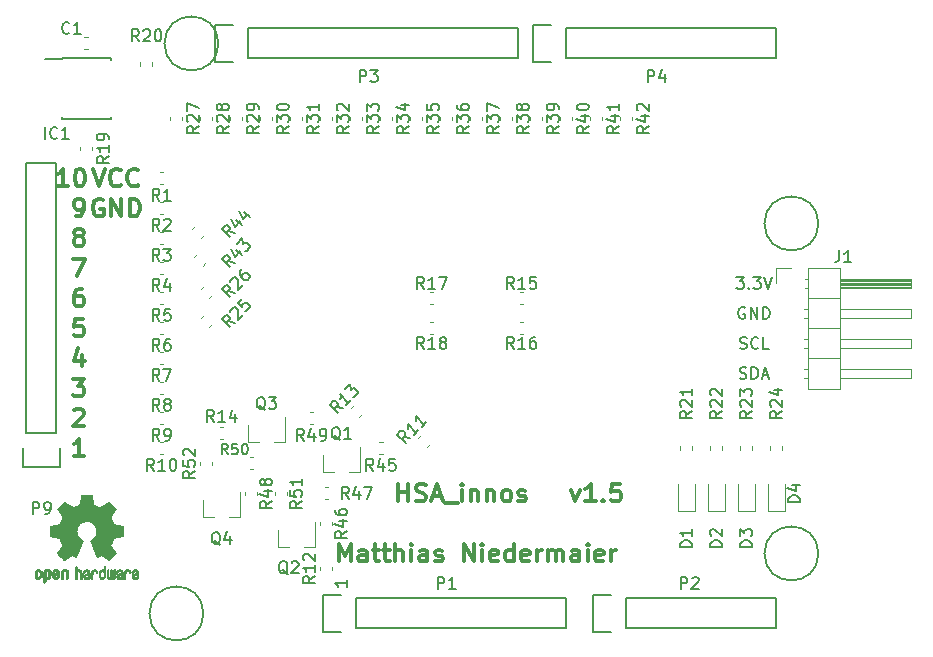
<source format=gbr>
G04 #@! TF.GenerationSoftware,KiCad,Pcbnew,5.0.2-bee76a0~70~ubuntu18.04.1*
G04 #@! TF.CreationDate,2019-04-12T14:14:33+02:00*
G04 #@! TF.ProjectId,KiCad_Shield,4b694361-645f-4536-9869-656c642e6b69,rev?*
G04 #@! TF.SameCoordinates,Original*
G04 #@! TF.FileFunction,Legend,Top*
G04 #@! TF.FilePolarity,Positive*
%FSLAX46Y46*%
G04 Gerber Fmt 4.6, Leading zero omitted, Abs format (unit mm)*
G04 Created by KiCad (PCBNEW 5.0.2-bee76a0~70~ubuntu18.04.1) date Fr 12 Apr 2019 14:14:33 CEST*
%MOMM*%
%LPD*%
G01*
G04 APERTURE LIST*
%ADD10C,0.300000*%
%ADD11C,0.150000*%
%ADD12C,0.120000*%
%ADD13C,0.010000*%
G04 APERTURE END LIST*
D10*
X118745142Y-88785000D02*
X118602285Y-88713571D01*
X118388000Y-88713571D01*
X118173714Y-88785000D01*
X118030857Y-88927857D01*
X117959428Y-89070714D01*
X117888000Y-89356428D01*
X117888000Y-89570714D01*
X117959428Y-89856428D01*
X118030857Y-89999285D01*
X118173714Y-90142142D01*
X118388000Y-90213571D01*
X118530857Y-90213571D01*
X118745142Y-90142142D01*
X118816571Y-90070714D01*
X118816571Y-89570714D01*
X118530857Y-89570714D01*
X119459428Y-90213571D02*
X119459428Y-88713571D01*
X120316571Y-90213571D01*
X120316571Y-88713571D01*
X121030857Y-90213571D02*
X121030857Y-88713571D01*
X121388000Y-88713571D01*
X121602285Y-88785000D01*
X121745142Y-88927857D01*
X121816571Y-89070714D01*
X121888000Y-89356428D01*
X121888000Y-89570714D01*
X121816571Y-89856428D01*
X121745142Y-89999285D01*
X121602285Y-90142142D01*
X121388000Y-90213571D01*
X121030857Y-90213571D01*
X117888000Y-86173571D02*
X118388000Y-87673571D01*
X118888000Y-86173571D01*
X120245142Y-87530714D02*
X120173714Y-87602142D01*
X119959428Y-87673571D01*
X119816571Y-87673571D01*
X119602285Y-87602142D01*
X119459428Y-87459285D01*
X119388000Y-87316428D01*
X119316571Y-87030714D01*
X119316571Y-86816428D01*
X119388000Y-86530714D01*
X119459428Y-86387857D01*
X119602285Y-86245000D01*
X119816571Y-86173571D01*
X119959428Y-86173571D01*
X120173714Y-86245000D01*
X120245142Y-86316428D01*
X121745142Y-87530714D02*
X121673714Y-87602142D01*
X121459428Y-87673571D01*
X121316571Y-87673571D01*
X121102285Y-87602142D01*
X120959428Y-87459285D01*
X120888000Y-87316428D01*
X120816571Y-87030714D01*
X120816571Y-86816428D01*
X120888000Y-86530714D01*
X120959428Y-86387857D01*
X121102285Y-86245000D01*
X121316571Y-86173571D01*
X121459428Y-86173571D01*
X121673714Y-86245000D01*
X121745142Y-86316428D01*
X115792285Y-87673571D02*
X114935142Y-87673571D01*
X115363714Y-87673571D02*
X115363714Y-86173571D01*
X115220857Y-86387857D01*
X115078000Y-86530714D01*
X114935142Y-86602142D01*
X116720857Y-86173571D02*
X116863714Y-86173571D01*
X117006571Y-86245000D01*
X117078000Y-86316428D01*
X117149428Y-86459285D01*
X117220857Y-86745000D01*
X117220857Y-87102142D01*
X117149428Y-87387857D01*
X117078000Y-87530714D01*
X117006571Y-87602142D01*
X116863714Y-87673571D01*
X116720857Y-87673571D01*
X116578000Y-87602142D01*
X116506571Y-87530714D01*
X116435142Y-87387857D01*
X116363714Y-87102142D01*
X116363714Y-86745000D01*
X116435142Y-86459285D01*
X116506571Y-86316428D01*
X116578000Y-86245000D01*
X116720857Y-86173571D01*
D11*
X172386809Y-95337380D02*
X173005857Y-95337380D01*
X172672523Y-95718333D01*
X172815380Y-95718333D01*
X172910619Y-95765952D01*
X172958238Y-95813571D01*
X173005857Y-95908809D01*
X173005857Y-96146904D01*
X172958238Y-96242142D01*
X172910619Y-96289761D01*
X172815380Y-96337380D01*
X172529666Y-96337380D01*
X172434428Y-96289761D01*
X172386809Y-96242142D01*
X173434428Y-96242142D02*
X173482047Y-96289761D01*
X173434428Y-96337380D01*
X173386809Y-96289761D01*
X173434428Y-96242142D01*
X173434428Y-96337380D01*
X173815380Y-95337380D02*
X174434428Y-95337380D01*
X174101095Y-95718333D01*
X174243952Y-95718333D01*
X174339190Y-95765952D01*
X174386809Y-95813571D01*
X174434428Y-95908809D01*
X174434428Y-96146904D01*
X174386809Y-96242142D01*
X174339190Y-96289761D01*
X174243952Y-96337380D01*
X173958238Y-96337380D01*
X173863000Y-96289761D01*
X173815380Y-96242142D01*
X174720142Y-95337380D02*
X175053476Y-96337380D01*
X175386809Y-95337380D01*
X173101095Y-97925000D02*
X173005857Y-97877380D01*
X172863000Y-97877380D01*
X172720142Y-97925000D01*
X172624904Y-98020238D01*
X172577285Y-98115476D01*
X172529666Y-98305952D01*
X172529666Y-98448809D01*
X172577285Y-98639285D01*
X172624904Y-98734523D01*
X172720142Y-98829761D01*
X172863000Y-98877380D01*
X172958238Y-98877380D01*
X173101095Y-98829761D01*
X173148714Y-98782142D01*
X173148714Y-98448809D01*
X172958238Y-98448809D01*
X173577285Y-98877380D02*
X173577285Y-97877380D01*
X174148714Y-98877380D01*
X174148714Y-97877380D01*
X174624904Y-98877380D02*
X174624904Y-97877380D01*
X174863000Y-97877380D01*
X175005857Y-97925000D01*
X175101095Y-98020238D01*
X175148714Y-98115476D01*
X175196333Y-98305952D01*
X175196333Y-98448809D01*
X175148714Y-98639285D01*
X175101095Y-98734523D01*
X175005857Y-98829761D01*
X174863000Y-98877380D01*
X174624904Y-98877380D01*
X172672523Y-101369761D02*
X172815380Y-101417380D01*
X173053476Y-101417380D01*
X173148714Y-101369761D01*
X173196333Y-101322142D01*
X173243952Y-101226904D01*
X173243952Y-101131666D01*
X173196333Y-101036428D01*
X173148714Y-100988809D01*
X173053476Y-100941190D01*
X172863000Y-100893571D01*
X172767761Y-100845952D01*
X172720142Y-100798333D01*
X172672523Y-100703095D01*
X172672523Y-100607857D01*
X172720142Y-100512619D01*
X172767761Y-100465000D01*
X172863000Y-100417380D01*
X173101095Y-100417380D01*
X173243952Y-100465000D01*
X174243952Y-101322142D02*
X174196333Y-101369761D01*
X174053476Y-101417380D01*
X173958238Y-101417380D01*
X173815380Y-101369761D01*
X173720142Y-101274523D01*
X173672523Y-101179285D01*
X173624904Y-100988809D01*
X173624904Y-100845952D01*
X173672523Y-100655476D01*
X173720142Y-100560238D01*
X173815380Y-100465000D01*
X173958238Y-100417380D01*
X174053476Y-100417380D01*
X174196333Y-100465000D01*
X174243952Y-100512619D01*
X175148714Y-101417380D02*
X174672523Y-101417380D01*
X174672523Y-100417380D01*
X172648714Y-103909761D02*
X172791571Y-103957380D01*
X173029666Y-103957380D01*
X173124904Y-103909761D01*
X173172523Y-103862142D01*
X173220142Y-103766904D01*
X173220142Y-103671666D01*
X173172523Y-103576428D01*
X173124904Y-103528809D01*
X173029666Y-103481190D01*
X172839190Y-103433571D01*
X172743952Y-103385952D01*
X172696333Y-103338333D01*
X172648714Y-103243095D01*
X172648714Y-103147857D01*
X172696333Y-103052619D01*
X172743952Y-103005000D01*
X172839190Y-102957380D01*
X173077285Y-102957380D01*
X173220142Y-103005000D01*
X173648714Y-103957380D02*
X173648714Y-102957380D01*
X173886809Y-102957380D01*
X174029666Y-103005000D01*
X174124904Y-103100238D01*
X174172523Y-103195476D01*
X174220142Y-103385952D01*
X174220142Y-103528809D01*
X174172523Y-103719285D01*
X174124904Y-103814523D01*
X174029666Y-103909761D01*
X173886809Y-103957380D01*
X173648714Y-103957380D01*
X174601095Y-103671666D02*
X175077285Y-103671666D01*
X174505857Y-103957380D02*
X174839190Y-102957380D01*
X175172523Y-103957380D01*
D10*
X138725142Y-119423571D02*
X138725142Y-117923571D01*
X139225142Y-118995000D01*
X139725142Y-117923571D01*
X139725142Y-119423571D01*
X141082285Y-119423571D02*
X141082285Y-118637857D01*
X141010857Y-118495000D01*
X140868000Y-118423571D01*
X140582285Y-118423571D01*
X140439428Y-118495000D01*
X141082285Y-119352142D02*
X140939428Y-119423571D01*
X140582285Y-119423571D01*
X140439428Y-119352142D01*
X140368000Y-119209285D01*
X140368000Y-119066428D01*
X140439428Y-118923571D01*
X140582285Y-118852142D01*
X140939428Y-118852142D01*
X141082285Y-118780714D01*
X141582285Y-118423571D02*
X142153714Y-118423571D01*
X141796571Y-117923571D02*
X141796571Y-119209285D01*
X141868000Y-119352142D01*
X142010857Y-119423571D01*
X142153714Y-119423571D01*
X142439428Y-118423571D02*
X143010857Y-118423571D01*
X142653714Y-117923571D02*
X142653714Y-119209285D01*
X142725142Y-119352142D01*
X142868000Y-119423571D01*
X143010857Y-119423571D01*
X143510857Y-119423571D02*
X143510857Y-117923571D01*
X144153714Y-119423571D02*
X144153714Y-118637857D01*
X144082285Y-118495000D01*
X143939428Y-118423571D01*
X143725142Y-118423571D01*
X143582285Y-118495000D01*
X143510857Y-118566428D01*
X144868000Y-119423571D02*
X144868000Y-118423571D01*
X144868000Y-117923571D02*
X144796571Y-117995000D01*
X144868000Y-118066428D01*
X144939428Y-117995000D01*
X144868000Y-117923571D01*
X144868000Y-118066428D01*
X146225142Y-119423571D02*
X146225142Y-118637857D01*
X146153714Y-118495000D01*
X146010857Y-118423571D01*
X145725142Y-118423571D01*
X145582285Y-118495000D01*
X146225142Y-119352142D02*
X146082285Y-119423571D01*
X145725142Y-119423571D01*
X145582285Y-119352142D01*
X145510857Y-119209285D01*
X145510857Y-119066428D01*
X145582285Y-118923571D01*
X145725142Y-118852142D01*
X146082285Y-118852142D01*
X146225142Y-118780714D01*
X146868000Y-119352142D02*
X147010857Y-119423571D01*
X147296571Y-119423571D01*
X147439428Y-119352142D01*
X147510857Y-119209285D01*
X147510857Y-119137857D01*
X147439428Y-118995000D01*
X147296571Y-118923571D01*
X147082285Y-118923571D01*
X146939428Y-118852142D01*
X146868000Y-118709285D01*
X146868000Y-118637857D01*
X146939428Y-118495000D01*
X147082285Y-118423571D01*
X147296571Y-118423571D01*
X147439428Y-118495000D01*
X149296571Y-119423571D02*
X149296571Y-117923571D01*
X150153714Y-119423571D01*
X150153714Y-117923571D01*
X150868000Y-119423571D02*
X150868000Y-118423571D01*
X150868000Y-117923571D02*
X150796571Y-117995000D01*
X150868000Y-118066428D01*
X150939428Y-117995000D01*
X150868000Y-117923571D01*
X150868000Y-118066428D01*
X152153714Y-119352142D02*
X152010857Y-119423571D01*
X151725142Y-119423571D01*
X151582285Y-119352142D01*
X151510857Y-119209285D01*
X151510857Y-118637857D01*
X151582285Y-118495000D01*
X151725142Y-118423571D01*
X152010857Y-118423571D01*
X152153714Y-118495000D01*
X152225142Y-118637857D01*
X152225142Y-118780714D01*
X151510857Y-118923571D01*
X153510857Y-119423571D02*
X153510857Y-117923571D01*
X153510857Y-119352142D02*
X153368000Y-119423571D01*
X153082285Y-119423571D01*
X152939428Y-119352142D01*
X152868000Y-119280714D01*
X152796571Y-119137857D01*
X152796571Y-118709285D01*
X152868000Y-118566428D01*
X152939428Y-118495000D01*
X153082285Y-118423571D01*
X153368000Y-118423571D01*
X153510857Y-118495000D01*
X154796571Y-119352142D02*
X154653714Y-119423571D01*
X154368000Y-119423571D01*
X154225142Y-119352142D01*
X154153714Y-119209285D01*
X154153714Y-118637857D01*
X154225142Y-118495000D01*
X154368000Y-118423571D01*
X154653714Y-118423571D01*
X154796571Y-118495000D01*
X154868000Y-118637857D01*
X154868000Y-118780714D01*
X154153714Y-118923571D01*
X155510857Y-119423571D02*
X155510857Y-118423571D01*
X155510857Y-118709285D02*
X155582285Y-118566428D01*
X155653714Y-118495000D01*
X155796571Y-118423571D01*
X155939428Y-118423571D01*
X156439428Y-119423571D02*
X156439428Y-118423571D01*
X156439428Y-118566428D02*
X156510857Y-118495000D01*
X156653714Y-118423571D01*
X156868000Y-118423571D01*
X157010857Y-118495000D01*
X157082285Y-118637857D01*
X157082285Y-119423571D01*
X157082285Y-118637857D02*
X157153714Y-118495000D01*
X157296571Y-118423571D01*
X157510857Y-118423571D01*
X157653714Y-118495000D01*
X157725142Y-118637857D01*
X157725142Y-119423571D01*
X159082285Y-119423571D02*
X159082285Y-118637857D01*
X159010857Y-118495000D01*
X158868000Y-118423571D01*
X158582285Y-118423571D01*
X158439428Y-118495000D01*
X159082285Y-119352142D02*
X158939428Y-119423571D01*
X158582285Y-119423571D01*
X158439428Y-119352142D01*
X158368000Y-119209285D01*
X158368000Y-119066428D01*
X158439428Y-118923571D01*
X158582285Y-118852142D01*
X158939428Y-118852142D01*
X159082285Y-118780714D01*
X159796571Y-119423571D02*
X159796571Y-118423571D01*
X159796571Y-117923571D02*
X159725142Y-117995000D01*
X159796571Y-118066428D01*
X159868000Y-117995000D01*
X159796571Y-117923571D01*
X159796571Y-118066428D01*
X161082285Y-119352142D02*
X160939428Y-119423571D01*
X160653714Y-119423571D01*
X160510857Y-119352142D01*
X160439428Y-119209285D01*
X160439428Y-118637857D01*
X160510857Y-118495000D01*
X160653714Y-118423571D01*
X160939428Y-118423571D01*
X161082285Y-118495000D01*
X161153714Y-118637857D01*
X161153714Y-118780714D01*
X160439428Y-118923571D01*
X161796571Y-119423571D02*
X161796571Y-118423571D01*
X161796571Y-118709285D02*
X161868000Y-118566428D01*
X161939428Y-118495000D01*
X162082285Y-118423571D01*
X162225142Y-118423571D01*
X158385142Y-113343571D02*
X158742285Y-114343571D01*
X159099428Y-113343571D01*
X160456571Y-114343571D02*
X159599428Y-114343571D01*
X160028000Y-114343571D02*
X160028000Y-112843571D01*
X159885142Y-113057857D01*
X159742285Y-113200714D01*
X159599428Y-113272142D01*
X161099428Y-114200714D02*
X161170857Y-114272142D01*
X161099428Y-114343571D01*
X161028000Y-114272142D01*
X161099428Y-114200714D01*
X161099428Y-114343571D01*
X162528000Y-112843571D02*
X161813714Y-112843571D01*
X161742285Y-113557857D01*
X161813714Y-113486428D01*
X161956571Y-113415000D01*
X162313714Y-113415000D01*
X162456571Y-113486428D01*
X162528000Y-113557857D01*
X162599428Y-113700714D01*
X162599428Y-114057857D01*
X162528000Y-114200714D01*
X162456571Y-114272142D01*
X162313714Y-114343571D01*
X161956571Y-114343571D01*
X161813714Y-114272142D01*
X161742285Y-114200714D01*
X143740857Y-114343571D02*
X143740857Y-112843571D01*
X143740857Y-113557857D02*
X144598000Y-113557857D01*
X144598000Y-114343571D02*
X144598000Y-112843571D01*
X145240857Y-114272142D02*
X145455142Y-114343571D01*
X145812285Y-114343571D01*
X145955142Y-114272142D01*
X146026571Y-114200714D01*
X146098000Y-114057857D01*
X146098000Y-113915000D01*
X146026571Y-113772142D01*
X145955142Y-113700714D01*
X145812285Y-113629285D01*
X145526571Y-113557857D01*
X145383714Y-113486428D01*
X145312285Y-113415000D01*
X145240857Y-113272142D01*
X145240857Y-113129285D01*
X145312285Y-112986428D01*
X145383714Y-112915000D01*
X145526571Y-112843571D01*
X145883714Y-112843571D01*
X146098000Y-112915000D01*
X146669428Y-113915000D02*
X147383714Y-113915000D01*
X146526571Y-114343571D02*
X147026571Y-112843571D01*
X147526571Y-114343571D01*
X147669428Y-114486428D02*
X148812285Y-114486428D01*
X149169428Y-114343571D02*
X149169428Y-113343571D01*
X149169428Y-112843571D02*
X149098000Y-112915000D01*
X149169428Y-112986428D01*
X149240857Y-112915000D01*
X149169428Y-112843571D01*
X149169428Y-112986428D01*
X149883714Y-113343571D02*
X149883714Y-114343571D01*
X149883714Y-113486428D02*
X149955142Y-113415000D01*
X150098000Y-113343571D01*
X150312285Y-113343571D01*
X150455142Y-113415000D01*
X150526571Y-113557857D01*
X150526571Y-114343571D01*
X151240857Y-113343571D02*
X151240857Y-114343571D01*
X151240857Y-113486428D02*
X151312285Y-113415000D01*
X151455142Y-113343571D01*
X151669428Y-113343571D01*
X151812285Y-113415000D01*
X151883714Y-113557857D01*
X151883714Y-114343571D01*
X152812285Y-114343571D02*
X152669428Y-114272142D01*
X152598000Y-114200714D01*
X152526571Y-114057857D01*
X152526571Y-113629285D01*
X152598000Y-113486428D01*
X152669428Y-113415000D01*
X152812285Y-113343571D01*
X153026571Y-113343571D01*
X153169428Y-113415000D01*
X153240857Y-113486428D01*
X153312285Y-113629285D01*
X153312285Y-114057857D01*
X153240857Y-114200714D01*
X153169428Y-114272142D01*
X153026571Y-114343571D01*
X152812285Y-114343571D01*
X153883714Y-114272142D02*
X154026571Y-114343571D01*
X154312285Y-114343571D01*
X154455142Y-114272142D01*
X154526571Y-114129285D01*
X154526571Y-114057857D01*
X154455142Y-113915000D01*
X154312285Y-113843571D01*
X154098000Y-113843571D01*
X153955142Y-113772142D01*
X153883714Y-113629285D01*
X153883714Y-113557857D01*
X153955142Y-113415000D01*
X154098000Y-113343571D01*
X154312285Y-113343571D01*
X154455142Y-113415000D01*
X116427285Y-90213571D02*
X116713000Y-90213571D01*
X116855857Y-90142142D01*
X116927285Y-90070714D01*
X117070142Y-89856428D01*
X117141571Y-89570714D01*
X117141571Y-88999285D01*
X117070142Y-88856428D01*
X116998714Y-88785000D01*
X116855857Y-88713571D01*
X116570142Y-88713571D01*
X116427285Y-88785000D01*
X116355857Y-88856428D01*
X116284428Y-88999285D01*
X116284428Y-89356428D01*
X116355857Y-89499285D01*
X116427285Y-89570714D01*
X116570142Y-89642142D01*
X116855857Y-89642142D01*
X116998714Y-89570714D01*
X117070142Y-89499285D01*
X117141571Y-89356428D01*
X116570142Y-91896428D02*
X116427285Y-91825000D01*
X116355857Y-91753571D01*
X116284428Y-91610714D01*
X116284428Y-91539285D01*
X116355857Y-91396428D01*
X116427285Y-91325000D01*
X116570142Y-91253571D01*
X116855857Y-91253571D01*
X116998714Y-91325000D01*
X117070142Y-91396428D01*
X117141571Y-91539285D01*
X117141571Y-91610714D01*
X117070142Y-91753571D01*
X116998714Y-91825000D01*
X116855857Y-91896428D01*
X116570142Y-91896428D01*
X116427285Y-91967857D01*
X116355857Y-92039285D01*
X116284428Y-92182142D01*
X116284428Y-92467857D01*
X116355857Y-92610714D01*
X116427285Y-92682142D01*
X116570142Y-92753571D01*
X116855857Y-92753571D01*
X116998714Y-92682142D01*
X117070142Y-92610714D01*
X117141571Y-92467857D01*
X117141571Y-92182142D01*
X117070142Y-92039285D01*
X116998714Y-91967857D01*
X116855857Y-91896428D01*
X116213000Y-93793571D02*
X117213000Y-93793571D01*
X116570142Y-95293571D01*
X116998714Y-96333571D02*
X116713000Y-96333571D01*
X116570142Y-96405000D01*
X116498714Y-96476428D01*
X116355857Y-96690714D01*
X116284428Y-96976428D01*
X116284428Y-97547857D01*
X116355857Y-97690714D01*
X116427285Y-97762142D01*
X116570142Y-97833571D01*
X116855857Y-97833571D01*
X116998714Y-97762142D01*
X117070142Y-97690714D01*
X117141571Y-97547857D01*
X117141571Y-97190714D01*
X117070142Y-97047857D01*
X116998714Y-96976428D01*
X116855857Y-96905000D01*
X116570142Y-96905000D01*
X116427285Y-96976428D01*
X116355857Y-97047857D01*
X116284428Y-97190714D01*
X117070142Y-98873571D02*
X116355857Y-98873571D01*
X116284428Y-99587857D01*
X116355857Y-99516428D01*
X116498714Y-99445000D01*
X116855857Y-99445000D01*
X116998714Y-99516428D01*
X117070142Y-99587857D01*
X117141571Y-99730714D01*
X117141571Y-100087857D01*
X117070142Y-100230714D01*
X116998714Y-100302142D01*
X116855857Y-100373571D01*
X116498714Y-100373571D01*
X116355857Y-100302142D01*
X116284428Y-100230714D01*
X116998714Y-101913571D02*
X116998714Y-102913571D01*
X116641571Y-101342142D02*
X116284428Y-102413571D01*
X117213000Y-102413571D01*
X116213000Y-103953571D02*
X117141571Y-103953571D01*
X116641571Y-104525000D01*
X116855857Y-104525000D01*
X116998714Y-104596428D01*
X117070142Y-104667857D01*
X117141571Y-104810714D01*
X117141571Y-105167857D01*
X117070142Y-105310714D01*
X116998714Y-105382142D01*
X116855857Y-105453571D01*
X116427285Y-105453571D01*
X116284428Y-105382142D01*
X116213000Y-105310714D01*
X116284428Y-106636428D02*
X116355857Y-106565000D01*
X116498714Y-106493571D01*
X116855857Y-106493571D01*
X116998714Y-106565000D01*
X117070142Y-106636428D01*
X117141571Y-106779285D01*
X117141571Y-106922142D01*
X117070142Y-107136428D01*
X116213000Y-107993571D01*
X117141571Y-107993571D01*
X117141571Y-110533571D02*
X116284428Y-110533571D01*
X116713000Y-110533571D02*
X116713000Y-109033571D01*
X116570142Y-109247857D01*
X116427285Y-109390714D01*
X116284428Y-109462142D01*
D11*
X139390380Y-120999285D02*
X139390380Y-121570714D01*
X139390380Y-121285000D02*
X138390380Y-121285000D01*
X138533238Y-121380238D01*
X138628476Y-121475476D01*
X138676095Y-121570714D01*
D12*
G04 #@! TO.C,Q4*
X127198000Y-115695000D02*
X127198000Y-114235000D01*
X130358000Y-115695000D02*
X130358000Y-113535000D01*
X130358000Y-115695000D02*
X129428000Y-115695000D01*
X127198000Y-115695000D02*
X128128000Y-115695000D01*
D11*
G04 #@! TO.C,P1*
X140208000Y-125095000D02*
X157988000Y-125095000D01*
X157988000Y-125095000D02*
X157988000Y-122555000D01*
X157988000Y-122555000D02*
X140208000Y-122555000D01*
X137388000Y-125375000D02*
X138938000Y-125375000D01*
X140208000Y-125095000D02*
X140208000Y-122555000D01*
X138938000Y-122275000D02*
X137388000Y-122275000D01*
X137388000Y-122275000D02*
X137388000Y-125375000D01*
G04 #@! TO.C,P2*
X163068000Y-125095000D02*
X175768000Y-125095000D01*
X175768000Y-125095000D02*
X175768000Y-122555000D01*
X175768000Y-122555000D02*
X163068000Y-122555000D01*
X160248000Y-125375000D02*
X161798000Y-125375000D01*
X163068000Y-125095000D02*
X163068000Y-122555000D01*
X161798000Y-122275000D02*
X160248000Y-122275000D01*
X160248000Y-122275000D02*
X160248000Y-125375000D01*
G04 #@! TO.C,P3*
X131064000Y-76835000D02*
X153924000Y-76835000D01*
X153924000Y-76835000D02*
X153924000Y-74295000D01*
X153924000Y-74295000D02*
X131064000Y-74295000D01*
X128244000Y-77115000D02*
X129794000Y-77115000D01*
X131064000Y-76835000D02*
X131064000Y-74295000D01*
X129794000Y-74015000D02*
X128244000Y-74015000D01*
X128244000Y-74015000D02*
X128244000Y-77115000D01*
G04 #@! TO.C,P4*
X157988000Y-76835000D02*
X175768000Y-76835000D01*
X175768000Y-76835000D02*
X175768000Y-74295000D01*
X175768000Y-74295000D02*
X157988000Y-74295000D01*
X155168000Y-77115000D02*
X156718000Y-77115000D01*
X157988000Y-76835000D02*
X157988000Y-74295000D01*
X156718000Y-74015000D02*
X155168000Y-74015000D01*
X155168000Y-74015000D02*
X155168000Y-77115000D01*
G04 #@! TO.C,P5*
X127254000Y-123825000D02*
G75*
G03X127254000Y-123825000I-2286000J0D01*
G01*
G04 #@! TO.C,P6*
X179324000Y-118745000D02*
G75*
G03X179324000Y-118745000I-2286000J0D01*
G01*
G04 #@! TO.C,P7*
X128524000Y-75565000D02*
G75*
G03X128524000Y-75565000I-2286000J0D01*
G01*
G04 #@! TO.C,P8*
X179324000Y-90805000D02*
G75*
G03X179324000Y-90805000I-2286000J0D01*
G01*
G04 #@! TO.C,P9*
X112268000Y-108585000D02*
X112268000Y-85725000D01*
X112268000Y-85725000D02*
X114808000Y-85725000D01*
X114808000Y-85725000D02*
X114808000Y-108585000D01*
X111988000Y-111405000D02*
X111988000Y-109855000D01*
X112268000Y-108585000D02*
X114808000Y-108585000D01*
X115088000Y-109855000D02*
X115088000Y-111405000D01*
X115088000Y-111405000D02*
X111988000Y-111405000D01*
D12*
G04 #@! TO.C,C1*
X117519267Y-76075000D02*
X117176733Y-76075000D01*
X117519267Y-75055000D02*
X117176733Y-75055000D01*
D11*
G04 #@! TO.C,IC1*
X115273000Y-76800000D02*
X115273000Y-76850000D01*
X119423000Y-76800000D02*
X119423000Y-76945000D01*
X119423000Y-81950000D02*
X119423000Y-81805000D01*
X115273000Y-81950000D02*
X115273000Y-81805000D01*
X115273000Y-76800000D02*
X119423000Y-76800000D01*
X115273000Y-81950000D02*
X119423000Y-81950000D01*
X115273000Y-76850000D02*
X113873000Y-76850000D01*
D12*
G04 #@! TO.C,R19*
X116838000Y-84292221D02*
X116838000Y-84617779D01*
X117858000Y-84292221D02*
X117858000Y-84617779D01*
G04 #@! TO.C,R20*
X121918000Y-77480279D02*
X121918000Y-77154721D01*
X122938000Y-77480279D02*
X122938000Y-77154721D01*
G04 #@! TO.C,J1*
X178478000Y-94555000D02*
X178478000Y-104835000D01*
X178478000Y-104835000D02*
X181138000Y-104835000D01*
X181138000Y-104835000D02*
X181138000Y-94555000D01*
X181138000Y-94555000D02*
X178478000Y-94555000D01*
X181138000Y-95505000D02*
X187138000Y-95505000D01*
X187138000Y-95505000D02*
X187138000Y-96265000D01*
X187138000Y-96265000D02*
X181138000Y-96265000D01*
X181138000Y-95565000D02*
X187138000Y-95565000D01*
X181138000Y-95685000D02*
X187138000Y-95685000D01*
X181138000Y-95805000D02*
X187138000Y-95805000D01*
X181138000Y-95925000D02*
X187138000Y-95925000D01*
X181138000Y-96045000D02*
X187138000Y-96045000D01*
X181138000Y-96165000D02*
X187138000Y-96165000D01*
X178148000Y-95505000D02*
X178478000Y-95505000D01*
X178148000Y-96265000D02*
X178478000Y-96265000D01*
X178478000Y-97155000D02*
X181138000Y-97155000D01*
X181138000Y-98045000D02*
X187138000Y-98045000D01*
X187138000Y-98045000D02*
X187138000Y-98805000D01*
X187138000Y-98805000D02*
X181138000Y-98805000D01*
X178080929Y-98045000D02*
X178478000Y-98045000D01*
X178080929Y-98805000D02*
X178478000Y-98805000D01*
X178478000Y-99695000D02*
X181138000Y-99695000D01*
X181138000Y-100585000D02*
X187138000Y-100585000D01*
X187138000Y-100585000D02*
X187138000Y-101345000D01*
X187138000Y-101345000D02*
X181138000Y-101345000D01*
X178080929Y-100585000D02*
X178478000Y-100585000D01*
X178080929Y-101345000D02*
X178478000Y-101345000D01*
X178478000Y-102235000D02*
X181138000Y-102235000D01*
X181138000Y-103125000D02*
X187138000Y-103125000D01*
X187138000Y-103125000D02*
X187138000Y-103885000D01*
X187138000Y-103885000D02*
X181138000Y-103885000D01*
X178080929Y-103125000D02*
X178478000Y-103125000D01*
X178080929Y-103885000D02*
X178478000Y-103885000D01*
X175768000Y-95885000D02*
X175768000Y-94615000D01*
X175768000Y-94615000D02*
X177038000Y-94615000D01*
G04 #@! TO.C,D1*
X167413000Y-112865000D02*
X167413000Y-115150000D01*
X167413000Y-115150000D02*
X168883000Y-115150000D01*
X168883000Y-115150000D02*
X168883000Y-112865000D01*
G04 #@! TO.C,D2*
X171423000Y-115150000D02*
X171423000Y-112865000D01*
X169953000Y-115150000D02*
X171423000Y-115150000D01*
X169953000Y-112865000D02*
X169953000Y-115150000D01*
G04 #@! TO.C,D3*
X172493000Y-112865000D02*
X172493000Y-115150000D01*
X172493000Y-115150000D02*
X173963000Y-115150000D01*
X173963000Y-115150000D02*
X173963000Y-112865000D01*
G04 #@! TO.C,D4*
X176503000Y-115150000D02*
X176503000Y-112865000D01*
X175033000Y-115150000D02*
X176503000Y-115150000D01*
X175033000Y-112865000D02*
X175033000Y-115150000D01*
G04 #@! TO.C,R21*
X168658000Y-110026267D02*
X168658000Y-109683733D01*
X167638000Y-110026267D02*
X167638000Y-109683733D01*
G04 #@! TO.C,R22*
X170178000Y-110026267D02*
X170178000Y-109683733D01*
X171198000Y-110026267D02*
X171198000Y-109683733D01*
G04 #@! TO.C,R23*
X173738000Y-110026267D02*
X173738000Y-109683733D01*
X172718000Y-110026267D02*
X172718000Y-109683733D01*
G04 #@! TO.C,R24*
X175258000Y-110026267D02*
X175258000Y-109683733D01*
X176278000Y-110026267D02*
X176278000Y-109683733D01*
G04 #@! TO.C,R1*
X123860779Y-87505000D02*
X123535221Y-87505000D01*
X123860779Y-86485000D02*
X123535221Y-86485000D01*
G04 #@! TO.C,R2*
X123860779Y-89025000D02*
X123535221Y-89025000D01*
X123860779Y-90045000D02*
X123535221Y-90045000D01*
G04 #@! TO.C,R3*
X123860779Y-92585000D02*
X123535221Y-92585000D01*
X123860779Y-91565000D02*
X123535221Y-91565000D01*
G04 #@! TO.C,R4*
X123860779Y-94105000D02*
X123535221Y-94105000D01*
X123860779Y-95125000D02*
X123535221Y-95125000D01*
G04 #@! TO.C,R5*
X123860779Y-96645000D02*
X123535221Y-96645000D01*
X123860779Y-97665000D02*
X123535221Y-97665000D01*
G04 #@! TO.C,R6*
X123860779Y-99185000D02*
X123535221Y-99185000D01*
X123860779Y-100205000D02*
X123535221Y-100205000D01*
G04 #@! TO.C,R7*
X123860779Y-102745000D02*
X123535221Y-102745000D01*
X123860779Y-101725000D02*
X123535221Y-101725000D01*
G04 #@! TO.C,R8*
X123860779Y-104265000D02*
X123535221Y-104265000D01*
X123860779Y-105285000D02*
X123535221Y-105285000D01*
G04 #@! TO.C,R9*
X123860779Y-107825000D02*
X123535221Y-107825000D01*
X123860779Y-106805000D02*
X123535221Y-106805000D01*
G04 #@! TO.C,R10*
X123860779Y-109345000D02*
X123535221Y-109345000D01*
X123860779Y-110365000D02*
X123535221Y-110365000D01*
G04 #@! TO.C,R15*
X154340779Y-96645000D02*
X154015221Y-96645000D01*
X154340779Y-97665000D02*
X154015221Y-97665000D01*
G04 #@! TO.C,R16*
X154015221Y-100205000D02*
X154340779Y-100205000D01*
X154015221Y-99185000D02*
X154340779Y-99185000D01*
G04 #@! TO.C,R17*
X146720779Y-97665000D02*
X146395221Y-97665000D01*
X146720779Y-96645000D02*
X146395221Y-96645000D01*
G04 #@! TO.C,R18*
X146395221Y-99185000D02*
X146720779Y-99185000D01*
X146395221Y-100205000D02*
X146720779Y-100205000D01*
G04 #@! TO.C,R27*
X125478000Y-81752221D02*
X125478000Y-82077779D01*
X124458000Y-81752221D02*
X124458000Y-82077779D01*
G04 #@! TO.C,R28*
X126998000Y-81752221D02*
X126998000Y-82077779D01*
X128018000Y-81752221D02*
X128018000Y-82077779D01*
G04 #@! TO.C,R29*
X130558000Y-81752221D02*
X130558000Y-82077779D01*
X129538000Y-81752221D02*
X129538000Y-82077779D01*
G04 #@! TO.C,R30*
X132078000Y-81752221D02*
X132078000Y-82077779D01*
X133098000Y-81752221D02*
X133098000Y-82077779D01*
G04 #@! TO.C,R31*
X135638000Y-81752221D02*
X135638000Y-82077779D01*
X134618000Y-81752221D02*
X134618000Y-82077779D01*
G04 #@! TO.C,R32*
X138178000Y-81752221D02*
X138178000Y-82077779D01*
X137158000Y-81752221D02*
X137158000Y-82077779D01*
G04 #@! TO.C,R33*
X139698000Y-81752221D02*
X139698000Y-82077779D01*
X140718000Y-81752221D02*
X140718000Y-82077779D01*
G04 #@! TO.C,R34*
X143258000Y-81752221D02*
X143258000Y-82077779D01*
X142238000Y-81752221D02*
X142238000Y-82077779D01*
G04 #@! TO.C,R35*
X144778000Y-81752221D02*
X144778000Y-82077779D01*
X145798000Y-81752221D02*
X145798000Y-82077779D01*
G04 #@! TO.C,R36*
X148338000Y-81752221D02*
X148338000Y-82077779D01*
X147318000Y-81752221D02*
X147318000Y-82077779D01*
G04 #@! TO.C,R37*
X149858000Y-81752221D02*
X149858000Y-82077779D01*
X150878000Y-81752221D02*
X150878000Y-82077779D01*
G04 #@! TO.C,R38*
X153418000Y-81752221D02*
X153418000Y-82077779D01*
X152398000Y-81752221D02*
X152398000Y-82077779D01*
G04 #@! TO.C,R39*
X154938000Y-81752221D02*
X154938000Y-82077779D01*
X155958000Y-81752221D02*
X155958000Y-82077779D01*
G04 #@! TO.C,R40*
X158498000Y-81752221D02*
X158498000Y-82077779D01*
X157478000Y-81752221D02*
X157478000Y-82077779D01*
G04 #@! TO.C,R41*
X160018000Y-81752221D02*
X160018000Y-82077779D01*
X161038000Y-81752221D02*
X161038000Y-82077779D01*
G04 #@! TO.C,R42*
X163578000Y-81752221D02*
X163578000Y-82077779D01*
X162558000Y-81752221D02*
X162558000Y-82077779D01*
G04 #@! TO.C,Q1*
X137358000Y-111885000D02*
X138288000Y-111885000D01*
X140518000Y-111885000D02*
X139588000Y-111885000D01*
X140518000Y-111885000D02*
X140518000Y-109725000D01*
X137358000Y-111885000D02*
X137358000Y-110425000D01*
G04 #@! TO.C,Q2*
X133548000Y-118235000D02*
X133548000Y-116775000D01*
X136708000Y-118235000D02*
X136708000Y-116075000D01*
X136708000Y-118235000D02*
X135778000Y-118235000D01*
X133548000Y-118235000D02*
X134478000Y-118235000D01*
G04 #@! TO.C,Q3*
X131008000Y-109345000D02*
X131938000Y-109345000D01*
X134168000Y-109345000D02*
X133238000Y-109345000D01*
X134168000Y-109345000D02*
X134168000Y-107185000D01*
X131008000Y-109345000D02*
X131008000Y-107885000D01*
G04 #@! TO.C,R25*
X127262478Y-98584273D02*
X127032273Y-98814478D01*
X127983727Y-99305522D02*
X127753522Y-99535727D01*
G04 #@! TO.C,R26*
X127983727Y-96843675D02*
X127753522Y-97073880D01*
X127262478Y-96122426D02*
X127032273Y-96352631D01*
G04 #@! TO.C,R43*
X126705631Y-93426120D02*
X126475426Y-93656325D01*
X127426880Y-94147369D02*
X127196675Y-94377574D01*
G04 #@! TO.C,R44*
X127270574Y-91763675D02*
X127040369Y-91993880D01*
X126549325Y-91042426D02*
X126319120Y-91272631D01*
G04 #@! TO.C,R45*
X142428279Y-109345000D02*
X142102721Y-109345000D01*
X142428279Y-110365000D02*
X142102721Y-110365000D01*
G04 #@! TO.C,R46*
X138178000Y-116367779D02*
X138178000Y-116042221D01*
X137158000Y-116367779D02*
X137158000Y-116042221D01*
G04 #@! TO.C,R47*
X137830779Y-114175000D02*
X137505221Y-114175000D01*
X137830779Y-113155000D02*
X137505221Y-113155000D01*
G04 #@! TO.C,R48*
X133348000Y-113827779D02*
X133348000Y-113502221D01*
X134368000Y-113827779D02*
X134368000Y-113502221D01*
G04 #@! TO.C,R49*
X136560779Y-106805000D02*
X136235221Y-106805000D01*
X136560779Y-107825000D02*
X136235221Y-107825000D01*
G04 #@! TO.C,R50*
X131155221Y-111635000D02*
X131480779Y-111635000D01*
X131155221Y-110615000D02*
X131480779Y-110615000D01*
G04 #@! TO.C,R51*
X131828000Y-113502221D02*
X131828000Y-113827779D01*
X130808000Y-113502221D02*
X130808000Y-113827779D01*
G04 #@! TO.C,R52*
X126998000Y-111287779D02*
X126998000Y-110962221D01*
X128018000Y-111287779D02*
X128018000Y-110962221D01*
G04 #@! TO.C,R11*
X146168522Y-109695727D02*
X146398727Y-109465522D01*
X145447273Y-108974478D02*
X145677478Y-108744273D01*
G04 #@! TO.C,R12*
X138178000Y-120177779D02*
X138178000Y-119852221D01*
X137158000Y-120177779D02*
X137158000Y-119852221D01*
G04 #@! TO.C,R13*
X139732273Y-106434478D02*
X139962478Y-106204273D01*
X140453522Y-107155727D02*
X140683727Y-106925522D01*
G04 #@! TO.C,R14*
X128615221Y-108075000D02*
X128940779Y-108075000D01*
X128615221Y-109095000D02*
X128940779Y-109095000D01*
D13*
G04 #@! TO.C,REF\002A\002A*
G36*
X117487878Y-113762776D02*
X117593612Y-113763355D01*
X117670132Y-113764922D01*
X117722372Y-113767972D01*
X117755263Y-113772996D01*
X117773737Y-113780489D01*
X117782727Y-113790944D01*
X117787163Y-113804853D01*
X117787594Y-113806654D01*
X117794333Y-113839145D01*
X117806808Y-113903252D01*
X117823719Y-113992151D01*
X117843771Y-114099019D01*
X117865664Y-114217033D01*
X117866429Y-114221178D01*
X117888359Y-114336831D01*
X117908877Y-114439014D01*
X117926659Y-114521598D01*
X117940381Y-114578456D01*
X117948718Y-114603458D01*
X117949116Y-114603901D01*
X117973677Y-114616110D01*
X118024315Y-114636456D01*
X118090095Y-114660545D01*
X118090461Y-114660674D01*
X118173317Y-114691818D01*
X118271000Y-114731491D01*
X118363077Y-114771381D01*
X118367434Y-114773353D01*
X118517407Y-114841420D01*
X118849498Y-114614639D01*
X118951374Y-114545504D01*
X119043657Y-114483697D01*
X119121003Y-114432733D01*
X119178064Y-114396127D01*
X119209495Y-114377394D01*
X119212479Y-114376004D01*
X119235321Y-114382190D01*
X119277982Y-114412035D01*
X119342128Y-114466947D01*
X119429421Y-114548334D01*
X119518535Y-114634922D01*
X119604441Y-114720247D01*
X119681327Y-114798108D01*
X119744564Y-114863697D01*
X119789523Y-114912205D01*
X119811576Y-114938825D01*
X119812396Y-114940195D01*
X119814834Y-114958463D01*
X119805650Y-114988295D01*
X119782574Y-115033721D01*
X119743337Y-115098770D01*
X119685670Y-115187470D01*
X119608795Y-115301657D01*
X119540570Y-115402162D01*
X119479582Y-115492303D01*
X119429356Y-115566849D01*
X119393416Y-115620565D01*
X119375287Y-115648218D01*
X119374146Y-115650095D01*
X119376359Y-115676590D01*
X119393138Y-115728086D01*
X119421142Y-115794851D01*
X119431122Y-115816172D01*
X119474672Y-115911159D01*
X119521134Y-116018937D01*
X119558877Y-116112192D01*
X119586073Y-116181406D01*
X119607675Y-116234006D01*
X119620158Y-116261497D01*
X119621709Y-116263616D01*
X119644668Y-116267124D01*
X119698786Y-116276738D01*
X119776868Y-116291089D01*
X119871719Y-116308807D01*
X119976143Y-116328525D01*
X120082944Y-116348874D01*
X120184926Y-116368486D01*
X120274894Y-116385991D01*
X120345653Y-116400022D01*
X120390006Y-116409209D01*
X120400885Y-116411807D01*
X120412122Y-116418218D01*
X120420605Y-116432697D01*
X120426714Y-116460133D01*
X120430832Y-116505411D01*
X120433341Y-116573420D01*
X120434621Y-116669047D01*
X120435054Y-116797180D01*
X120435077Y-116849701D01*
X120435077Y-117276845D01*
X120332500Y-117297091D01*
X120275431Y-117308070D01*
X120190269Y-117324095D01*
X120087372Y-117343233D01*
X119977096Y-117363551D01*
X119946615Y-117369132D01*
X119844855Y-117388917D01*
X119756205Y-117408373D01*
X119688108Y-117425697D01*
X119648004Y-117439088D01*
X119641323Y-117443079D01*
X119624919Y-117471342D01*
X119601399Y-117526109D01*
X119575316Y-117596588D01*
X119570142Y-117611769D01*
X119535956Y-117705896D01*
X119493523Y-117812101D01*
X119451997Y-117907473D01*
X119451792Y-117907916D01*
X119382640Y-118057525D01*
X119837512Y-118726617D01*
X119545500Y-119019116D01*
X119457180Y-119106170D01*
X119376625Y-119182909D01*
X119308360Y-119245237D01*
X119256908Y-119289056D01*
X119226794Y-119310270D01*
X119222474Y-119311616D01*
X119197111Y-119301016D01*
X119145358Y-119271547D01*
X119072868Y-119226705D01*
X118985294Y-119169984D01*
X118890612Y-119106462D01*
X118794516Y-119041668D01*
X118708837Y-118985287D01*
X118639016Y-118940788D01*
X118590494Y-118911639D01*
X118568782Y-118901308D01*
X118542293Y-118910050D01*
X118492062Y-118933087D01*
X118428451Y-118965631D01*
X118421708Y-118969249D01*
X118336046Y-119012210D01*
X118277306Y-119033279D01*
X118240772Y-119033503D01*
X118221731Y-119013928D01*
X118221620Y-119013654D01*
X118212102Y-118990472D01*
X118189403Y-118935441D01*
X118155282Y-118852822D01*
X118111500Y-118746872D01*
X118059816Y-118621852D01*
X118001992Y-118482020D01*
X117945991Y-118346637D01*
X117884447Y-118197234D01*
X117827939Y-118058832D01*
X117778161Y-117935673D01*
X117736806Y-117832002D01*
X117705568Y-117752059D01*
X117686141Y-117700088D01*
X117680154Y-117680692D01*
X117695168Y-117658443D01*
X117734439Y-117622982D01*
X117786807Y-117583887D01*
X117935941Y-117460245D01*
X118052511Y-117318522D01*
X118135118Y-117161704D01*
X118182366Y-116992775D01*
X118192857Y-116814722D01*
X118185231Y-116732539D01*
X118143682Y-116562031D01*
X118072123Y-116411459D01*
X117974995Y-116282309D01*
X117856734Y-116176064D01*
X117721780Y-116094210D01*
X117574571Y-116038232D01*
X117419544Y-116009615D01*
X117261139Y-116009844D01*
X117103794Y-116040405D01*
X116951946Y-116102782D01*
X116810035Y-116198460D01*
X116750803Y-116252572D01*
X116637203Y-116391520D01*
X116558106Y-116543361D01*
X116512986Y-116703667D01*
X116501316Y-116868012D01*
X116522569Y-117031971D01*
X116576220Y-117191118D01*
X116661740Y-117341025D01*
X116778605Y-117477267D01*
X116909193Y-117583887D01*
X116963588Y-117624642D01*
X117002014Y-117659718D01*
X117015846Y-117680726D01*
X117008603Y-117703635D01*
X116988005Y-117758365D01*
X116955746Y-117840672D01*
X116913521Y-117946315D01*
X116863023Y-118071050D01*
X116805948Y-118210636D01*
X116749854Y-118346670D01*
X116687967Y-118496201D01*
X116630644Y-118634767D01*
X116579644Y-118758107D01*
X116536727Y-118861964D01*
X116503653Y-118942080D01*
X116482181Y-118994195D01*
X116474225Y-119013654D01*
X116455429Y-119033423D01*
X116419074Y-119033365D01*
X116360479Y-119012441D01*
X116274968Y-118969613D01*
X116274292Y-118969249D01*
X116209907Y-118936012D01*
X116157861Y-118911802D01*
X116128512Y-118901404D01*
X116127217Y-118901308D01*
X116105124Y-118911855D01*
X116056348Y-118941184D01*
X115986331Y-118985827D01*
X115900514Y-119042314D01*
X115805388Y-119106462D01*
X115708540Y-119171411D01*
X115621253Y-119227896D01*
X115549181Y-119272421D01*
X115497977Y-119301490D01*
X115473526Y-119311616D01*
X115451010Y-119298307D01*
X115405742Y-119261112D01*
X115342244Y-119204128D01*
X115265039Y-119131449D01*
X115178651Y-119047171D01*
X115150399Y-119019016D01*
X114858287Y-118726416D01*
X115080631Y-118400104D01*
X115148202Y-118299897D01*
X115207507Y-118209963D01*
X115255217Y-118135510D01*
X115288007Y-118081751D01*
X115302548Y-118053894D01*
X115302974Y-118051912D01*
X115295308Y-118025655D01*
X115274689Y-117972837D01*
X115244685Y-117902310D01*
X115223625Y-117855093D01*
X115184248Y-117764694D01*
X115147165Y-117673366D01*
X115118415Y-117596200D01*
X115110605Y-117572692D01*
X115088417Y-117509916D01*
X115066727Y-117461411D01*
X115054813Y-117443079D01*
X115028523Y-117431859D01*
X114971142Y-117415954D01*
X114890118Y-117397167D01*
X114792895Y-117377299D01*
X114749385Y-117369132D01*
X114638896Y-117348829D01*
X114532916Y-117329170D01*
X114441801Y-117312088D01*
X114375908Y-117299518D01*
X114363500Y-117297091D01*
X114260923Y-117276845D01*
X114260923Y-116849701D01*
X114261153Y-116709246D01*
X114262099Y-116602979D01*
X114264141Y-116526013D01*
X114267662Y-116473460D01*
X114273043Y-116440433D01*
X114280666Y-116422045D01*
X114290912Y-116413408D01*
X114295115Y-116411807D01*
X114320470Y-116406127D01*
X114376484Y-116394795D01*
X114455964Y-116379179D01*
X114551712Y-116360647D01*
X114656533Y-116340569D01*
X114763232Y-116320312D01*
X114864613Y-116301246D01*
X114953479Y-116284739D01*
X115022637Y-116272159D01*
X115064889Y-116264875D01*
X115074290Y-116263616D01*
X115082807Y-116246763D01*
X115101660Y-116201870D01*
X115127324Y-116137430D01*
X115137123Y-116112192D01*
X115176648Y-116014686D01*
X115223192Y-115906959D01*
X115264877Y-115816172D01*
X115295550Y-115746753D01*
X115315956Y-115689710D01*
X115322768Y-115654777D01*
X115321682Y-115650095D01*
X115307285Y-115627991D01*
X115274412Y-115578831D01*
X115226590Y-115507848D01*
X115167348Y-115420278D01*
X115100215Y-115321357D01*
X115086941Y-115301830D01*
X115009046Y-115186140D01*
X114951787Y-115098044D01*
X114912881Y-115033486D01*
X114890044Y-114988411D01*
X114880994Y-114958763D01*
X114883448Y-114940485D01*
X114883511Y-114940369D01*
X114902827Y-114916361D01*
X114945551Y-114869947D01*
X115007051Y-114805937D01*
X115082698Y-114729145D01*
X115167861Y-114644382D01*
X115177465Y-114634922D01*
X115284790Y-114530989D01*
X115367615Y-114454675D01*
X115427605Y-114404571D01*
X115466423Y-114379270D01*
X115483520Y-114376004D01*
X115508473Y-114390250D01*
X115560255Y-114423156D01*
X115633520Y-114471208D01*
X115722920Y-114530890D01*
X115823111Y-114598688D01*
X115846501Y-114614639D01*
X116178593Y-114841420D01*
X116328565Y-114773353D01*
X116419770Y-114733685D01*
X116517669Y-114693791D01*
X116601831Y-114661983D01*
X116605538Y-114660674D01*
X116671369Y-114636576D01*
X116722116Y-114616200D01*
X116746842Y-114603936D01*
X116746884Y-114603901D01*
X116754729Y-114581734D01*
X116768066Y-114527217D01*
X116785570Y-114446480D01*
X116805917Y-114345650D01*
X116827782Y-114230856D01*
X116829571Y-114221178D01*
X116851504Y-114102904D01*
X116871640Y-113995542D01*
X116888680Y-113905917D01*
X116901328Y-113840851D01*
X116908284Y-113807168D01*
X116908406Y-113806654D01*
X116912639Y-113792325D01*
X116920871Y-113781507D01*
X116938033Y-113773706D01*
X116969058Y-113768429D01*
X117018878Y-113765182D01*
X117092424Y-113763472D01*
X117194629Y-113762807D01*
X117330425Y-113762693D01*
X117348000Y-113762692D01*
X117487878Y-113762776D01*
X117487878Y-113762776D01*
G37*
X117487878Y-113762776D02*
X117593612Y-113763355D01*
X117670132Y-113764922D01*
X117722372Y-113767972D01*
X117755263Y-113772996D01*
X117773737Y-113780489D01*
X117782727Y-113790944D01*
X117787163Y-113804853D01*
X117787594Y-113806654D01*
X117794333Y-113839145D01*
X117806808Y-113903252D01*
X117823719Y-113992151D01*
X117843771Y-114099019D01*
X117865664Y-114217033D01*
X117866429Y-114221178D01*
X117888359Y-114336831D01*
X117908877Y-114439014D01*
X117926659Y-114521598D01*
X117940381Y-114578456D01*
X117948718Y-114603458D01*
X117949116Y-114603901D01*
X117973677Y-114616110D01*
X118024315Y-114636456D01*
X118090095Y-114660545D01*
X118090461Y-114660674D01*
X118173317Y-114691818D01*
X118271000Y-114731491D01*
X118363077Y-114771381D01*
X118367434Y-114773353D01*
X118517407Y-114841420D01*
X118849498Y-114614639D01*
X118951374Y-114545504D01*
X119043657Y-114483697D01*
X119121003Y-114432733D01*
X119178064Y-114396127D01*
X119209495Y-114377394D01*
X119212479Y-114376004D01*
X119235321Y-114382190D01*
X119277982Y-114412035D01*
X119342128Y-114466947D01*
X119429421Y-114548334D01*
X119518535Y-114634922D01*
X119604441Y-114720247D01*
X119681327Y-114798108D01*
X119744564Y-114863697D01*
X119789523Y-114912205D01*
X119811576Y-114938825D01*
X119812396Y-114940195D01*
X119814834Y-114958463D01*
X119805650Y-114988295D01*
X119782574Y-115033721D01*
X119743337Y-115098770D01*
X119685670Y-115187470D01*
X119608795Y-115301657D01*
X119540570Y-115402162D01*
X119479582Y-115492303D01*
X119429356Y-115566849D01*
X119393416Y-115620565D01*
X119375287Y-115648218D01*
X119374146Y-115650095D01*
X119376359Y-115676590D01*
X119393138Y-115728086D01*
X119421142Y-115794851D01*
X119431122Y-115816172D01*
X119474672Y-115911159D01*
X119521134Y-116018937D01*
X119558877Y-116112192D01*
X119586073Y-116181406D01*
X119607675Y-116234006D01*
X119620158Y-116261497D01*
X119621709Y-116263616D01*
X119644668Y-116267124D01*
X119698786Y-116276738D01*
X119776868Y-116291089D01*
X119871719Y-116308807D01*
X119976143Y-116328525D01*
X120082944Y-116348874D01*
X120184926Y-116368486D01*
X120274894Y-116385991D01*
X120345653Y-116400022D01*
X120390006Y-116409209D01*
X120400885Y-116411807D01*
X120412122Y-116418218D01*
X120420605Y-116432697D01*
X120426714Y-116460133D01*
X120430832Y-116505411D01*
X120433341Y-116573420D01*
X120434621Y-116669047D01*
X120435054Y-116797180D01*
X120435077Y-116849701D01*
X120435077Y-117276845D01*
X120332500Y-117297091D01*
X120275431Y-117308070D01*
X120190269Y-117324095D01*
X120087372Y-117343233D01*
X119977096Y-117363551D01*
X119946615Y-117369132D01*
X119844855Y-117388917D01*
X119756205Y-117408373D01*
X119688108Y-117425697D01*
X119648004Y-117439088D01*
X119641323Y-117443079D01*
X119624919Y-117471342D01*
X119601399Y-117526109D01*
X119575316Y-117596588D01*
X119570142Y-117611769D01*
X119535956Y-117705896D01*
X119493523Y-117812101D01*
X119451997Y-117907473D01*
X119451792Y-117907916D01*
X119382640Y-118057525D01*
X119837512Y-118726617D01*
X119545500Y-119019116D01*
X119457180Y-119106170D01*
X119376625Y-119182909D01*
X119308360Y-119245237D01*
X119256908Y-119289056D01*
X119226794Y-119310270D01*
X119222474Y-119311616D01*
X119197111Y-119301016D01*
X119145358Y-119271547D01*
X119072868Y-119226705D01*
X118985294Y-119169984D01*
X118890612Y-119106462D01*
X118794516Y-119041668D01*
X118708837Y-118985287D01*
X118639016Y-118940788D01*
X118590494Y-118911639D01*
X118568782Y-118901308D01*
X118542293Y-118910050D01*
X118492062Y-118933087D01*
X118428451Y-118965631D01*
X118421708Y-118969249D01*
X118336046Y-119012210D01*
X118277306Y-119033279D01*
X118240772Y-119033503D01*
X118221731Y-119013928D01*
X118221620Y-119013654D01*
X118212102Y-118990472D01*
X118189403Y-118935441D01*
X118155282Y-118852822D01*
X118111500Y-118746872D01*
X118059816Y-118621852D01*
X118001992Y-118482020D01*
X117945991Y-118346637D01*
X117884447Y-118197234D01*
X117827939Y-118058832D01*
X117778161Y-117935673D01*
X117736806Y-117832002D01*
X117705568Y-117752059D01*
X117686141Y-117700088D01*
X117680154Y-117680692D01*
X117695168Y-117658443D01*
X117734439Y-117622982D01*
X117786807Y-117583887D01*
X117935941Y-117460245D01*
X118052511Y-117318522D01*
X118135118Y-117161704D01*
X118182366Y-116992775D01*
X118192857Y-116814722D01*
X118185231Y-116732539D01*
X118143682Y-116562031D01*
X118072123Y-116411459D01*
X117974995Y-116282309D01*
X117856734Y-116176064D01*
X117721780Y-116094210D01*
X117574571Y-116038232D01*
X117419544Y-116009615D01*
X117261139Y-116009844D01*
X117103794Y-116040405D01*
X116951946Y-116102782D01*
X116810035Y-116198460D01*
X116750803Y-116252572D01*
X116637203Y-116391520D01*
X116558106Y-116543361D01*
X116512986Y-116703667D01*
X116501316Y-116868012D01*
X116522569Y-117031971D01*
X116576220Y-117191118D01*
X116661740Y-117341025D01*
X116778605Y-117477267D01*
X116909193Y-117583887D01*
X116963588Y-117624642D01*
X117002014Y-117659718D01*
X117015846Y-117680726D01*
X117008603Y-117703635D01*
X116988005Y-117758365D01*
X116955746Y-117840672D01*
X116913521Y-117946315D01*
X116863023Y-118071050D01*
X116805948Y-118210636D01*
X116749854Y-118346670D01*
X116687967Y-118496201D01*
X116630644Y-118634767D01*
X116579644Y-118758107D01*
X116536727Y-118861964D01*
X116503653Y-118942080D01*
X116482181Y-118994195D01*
X116474225Y-119013654D01*
X116455429Y-119033423D01*
X116419074Y-119033365D01*
X116360479Y-119012441D01*
X116274968Y-118969613D01*
X116274292Y-118969249D01*
X116209907Y-118936012D01*
X116157861Y-118911802D01*
X116128512Y-118901404D01*
X116127217Y-118901308D01*
X116105124Y-118911855D01*
X116056348Y-118941184D01*
X115986331Y-118985827D01*
X115900514Y-119042314D01*
X115805388Y-119106462D01*
X115708540Y-119171411D01*
X115621253Y-119227896D01*
X115549181Y-119272421D01*
X115497977Y-119301490D01*
X115473526Y-119311616D01*
X115451010Y-119298307D01*
X115405742Y-119261112D01*
X115342244Y-119204128D01*
X115265039Y-119131449D01*
X115178651Y-119047171D01*
X115150399Y-119019016D01*
X114858287Y-118726416D01*
X115080631Y-118400104D01*
X115148202Y-118299897D01*
X115207507Y-118209963D01*
X115255217Y-118135510D01*
X115288007Y-118081751D01*
X115302548Y-118053894D01*
X115302974Y-118051912D01*
X115295308Y-118025655D01*
X115274689Y-117972837D01*
X115244685Y-117902310D01*
X115223625Y-117855093D01*
X115184248Y-117764694D01*
X115147165Y-117673366D01*
X115118415Y-117596200D01*
X115110605Y-117572692D01*
X115088417Y-117509916D01*
X115066727Y-117461411D01*
X115054813Y-117443079D01*
X115028523Y-117431859D01*
X114971142Y-117415954D01*
X114890118Y-117397167D01*
X114792895Y-117377299D01*
X114749385Y-117369132D01*
X114638896Y-117348829D01*
X114532916Y-117329170D01*
X114441801Y-117312088D01*
X114375908Y-117299518D01*
X114363500Y-117297091D01*
X114260923Y-117276845D01*
X114260923Y-116849701D01*
X114261153Y-116709246D01*
X114262099Y-116602979D01*
X114264141Y-116526013D01*
X114267662Y-116473460D01*
X114273043Y-116440433D01*
X114280666Y-116422045D01*
X114290912Y-116413408D01*
X114295115Y-116411807D01*
X114320470Y-116406127D01*
X114376484Y-116394795D01*
X114455964Y-116379179D01*
X114551712Y-116360647D01*
X114656533Y-116340569D01*
X114763232Y-116320312D01*
X114864613Y-116301246D01*
X114953479Y-116284739D01*
X115022637Y-116272159D01*
X115064889Y-116264875D01*
X115074290Y-116263616D01*
X115082807Y-116246763D01*
X115101660Y-116201870D01*
X115127324Y-116137430D01*
X115137123Y-116112192D01*
X115176648Y-116014686D01*
X115223192Y-115906959D01*
X115264877Y-115816172D01*
X115295550Y-115746753D01*
X115315956Y-115689710D01*
X115322768Y-115654777D01*
X115321682Y-115650095D01*
X115307285Y-115627991D01*
X115274412Y-115578831D01*
X115226590Y-115507848D01*
X115167348Y-115420278D01*
X115100215Y-115321357D01*
X115086941Y-115301830D01*
X115009046Y-115186140D01*
X114951787Y-115098044D01*
X114912881Y-115033486D01*
X114890044Y-114988411D01*
X114880994Y-114958763D01*
X114883448Y-114940485D01*
X114883511Y-114940369D01*
X114902827Y-114916361D01*
X114945551Y-114869947D01*
X115007051Y-114805937D01*
X115082698Y-114729145D01*
X115167861Y-114644382D01*
X115177465Y-114634922D01*
X115284790Y-114530989D01*
X115367615Y-114454675D01*
X115427605Y-114404571D01*
X115466423Y-114379270D01*
X115483520Y-114376004D01*
X115508473Y-114390250D01*
X115560255Y-114423156D01*
X115633520Y-114471208D01*
X115722920Y-114530890D01*
X115823111Y-114598688D01*
X115846501Y-114614639D01*
X116178593Y-114841420D01*
X116328565Y-114773353D01*
X116419770Y-114733685D01*
X116517669Y-114693791D01*
X116601831Y-114661983D01*
X116605538Y-114660674D01*
X116671369Y-114636576D01*
X116722116Y-114616200D01*
X116746842Y-114603936D01*
X116746884Y-114603901D01*
X116754729Y-114581734D01*
X116768066Y-114527217D01*
X116785570Y-114446480D01*
X116805917Y-114345650D01*
X116827782Y-114230856D01*
X116829571Y-114221178D01*
X116851504Y-114102904D01*
X116871640Y-113995542D01*
X116888680Y-113905917D01*
X116901328Y-113840851D01*
X116908284Y-113807168D01*
X116908406Y-113806654D01*
X116912639Y-113792325D01*
X116920871Y-113781507D01*
X116938033Y-113773706D01*
X116969058Y-113768429D01*
X117018878Y-113765182D01*
X117092424Y-113763472D01*
X117194629Y-113762807D01*
X117330425Y-113762693D01*
X117348000Y-113762692D01*
X117487878Y-113762776D01*
G36*
X121593224Y-120122838D02*
X121670528Y-120173361D01*
X121707814Y-120218590D01*
X121737353Y-120300663D01*
X121739699Y-120365607D01*
X121734385Y-120452445D01*
X121534115Y-120540103D01*
X121436739Y-120584887D01*
X121373113Y-120620913D01*
X121340029Y-120652117D01*
X121334280Y-120682436D01*
X121352658Y-120715805D01*
X121372923Y-120737923D01*
X121431889Y-120773393D01*
X121496024Y-120775879D01*
X121554926Y-120748235D01*
X121598197Y-120693320D01*
X121605936Y-120673928D01*
X121643006Y-120613364D01*
X121685654Y-120587552D01*
X121744154Y-120565471D01*
X121744154Y-120649184D01*
X121738982Y-120706150D01*
X121718723Y-120754189D01*
X121676262Y-120809346D01*
X121669951Y-120816514D01*
X121622720Y-120865585D01*
X121582121Y-120891920D01*
X121531328Y-120904035D01*
X121489220Y-120908003D01*
X121413902Y-120908991D01*
X121360286Y-120896466D01*
X121326838Y-120877869D01*
X121274268Y-120836975D01*
X121237879Y-120792748D01*
X121214850Y-120737126D01*
X121202359Y-120662047D01*
X121197587Y-120559449D01*
X121197206Y-120507376D01*
X121198501Y-120444948D01*
X121316471Y-120444948D01*
X121317839Y-120478438D01*
X121321249Y-120483923D01*
X121343753Y-120476472D01*
X121392182Y-120456753D01*
X121456908Y-120428718D01*
X121470443Y-120422692D01*
X121552244Y-120381096D01*
X121597312Y-120344538D01*
X121607217Y-120310296D01*
X121583526Y-120275648D01*
X121563960Y-120260339D01*
X121493360Y-120229721D01*
X121427280Y-120234780D01*
X121371959Y-120272151D01*
X121333636Y-120338473D01*
X121321349Y-120391116D01*
X121316471Y-120444948D01*
X121198501Y-120444948D01*
X121199730Y-120385720D01*
X121209032Y-120295710D01*
X121227460Y-120230167D01*
X121257360Y-120181912D01*
X121301080Y-120143767D01*
X121320141Y-120131440D01*
X121406726Y-120099336D01*
X121501522Y-120097316D01*
X121593224Y-120122838D01*
X121593224Y-120122838D01*
G37*
X121593224Y-120122838D02*
X121670528Y-120173361D01*
X121707814Y-120218590D01*
X121737353Y-120300663D01*
X121739699Y-120365607D01*
X121734385Y-120452445D01*
X121534115Y-120540103D01*
X121436739Y-120584887D01*
X121373113Y-120620913D01*
X121340029Y-120652117D01*
X121334280Y-120682436D01*
X121352658Y-120715805D01*
X121372923Y-120737923D01*
X121431889Y-120773393D01*
X121496024Y-120775879D01*
X121554926Y-120748235D01*
X121598197Y-120693320D01*
X121605936Y-120673928D01*
X121643006Y-120613364D01*
X121685654Y-120587552D01*
X121744154Y-120565471D01*
X121744154Y-120649184D01*
X121738982Y-120706150D01*
X121718723Y-120754189D01*
X121676262Y-120809346D01*
X121669951Y-120816514D01*
X121622720Y-120865585D01*
X121582121Y-120891920D01*
X121531328Y-120904035D01*
X121489220Y-120908003D01*
X121413902Y-120908991D01*
X121360286Y-120896466D01*
X121326838Y-120877869D01*
X121274268Y-120836975D01*
X121237879Y-120792748D01*
X121214850Y-120737126D01*
X121202359Y-120662047D01*
X121197587Y-120559449D01*
X121197206Y-120507376D01*
X121198501Y-120444948D01*
X121316471Y-120444948D01*
X121317839Y-120478438D01*
X121321249Y-120483923D01*
X121343753Y-120476472D01*
X121392182Y-120456753D01*
X121456908Y-120428718D01*
X121470443Y-120422692D01*
X121552244Y-120381096D01*
X121597312Y-120344538D01*
X121607217Y-120310296D01*
X121583526Y-120275648D01*
X121563960Y-120260339D01*
X121493360Y-120229721D01*
X121427280Y-120234780D01*
X121371959Y-120272151D01*
X121333636Y-120338473D01*
X121321349Y-120391116D01*
X121316471Y-120444948D01*
X121198501Y-120444948D01*
X121199730Y-120385720D01*
X121209032Y-120295710D01*
X121227460Y-120230167D01*
X121257360Y-120181912D01*
X121301080Y-120143767D01*
X121320141Y-120131440D01*
X121406726Y-120099336D01*
X121501522Y-120097316D01*
X121593224Y-120122838D01*
G36*
X120918807Y-120111782D02*
X120942161Y-120121988D01*
X120997902Y-120166134D01*
X121045569Y-120229967D01*
X121075048Y-120298087D01*
X121079846Y-120331670D01*
X121063760Y-120378556D01*
X121028475Y-120403365D01*
X120990644Y-120418387D01*
X120973321Y-120421155D01*
X120964886Y-120401066D01*
X120948230Y-120357351D01*
X120940923Y-120337598D01*
X120899948Y-120269271D01*
X120840622Y-120235191D01*
X120764552Y-120236239D01*
X120758918Y-120237581D01*
X120718305Y-120256836D01*
X120688448Y-120294375D01*
X120668055Y-120354809D01*
X120655836Y-120442751D01*
X120650500Y-120562813D01*
X120650000Y-120626698D01*
X120649752Y-120727403D01*
X120648126Y-120796054D01*
X120643801Y-120839673D01*
X120635454Y-120865282D01*
X120621765Y-120879903D01*
X120601411Y-120890558D01*
X120600234Y-120891095D01*
X120561038Y-120907667D01*
X120541619Y-120913769D01*
X120538635Y-120895319D01*
X120536081Y-120844323D01*
X120534140Y-120767308D01*
X120532997Y-120670805D01*
X120532769Y-120600184D01*
X120533932Y-120463525D01*
X120538479Y-120359851D01*
X120547999Y-120283108D01*
X120564081Y-120227246D01*
X120588313Y-120186212D01*
X120622286Y-120153954D01*
X120655833Y-120131440D01*
X120736499Y-120101476D01*
X120830381Y-120094718D01*
X120918807Y-120111782D01*
X120918807Y-120111782D01*
G37*
X120918807Y-120111782D02*
X120942161Y-120121988D01*
X120997902Y-120166134D01*
X121045569Y-120229967D01*
X121075048Y-120298087D01*
X121079846Y-120331670D01*
X121063760Y-120378556D01*
X121028475Y-120403365D01*
X120990644Y-120418387D01*
X120973321Y-120421155D01*
X120964886Y-120401066D01*
X120948230Y-120357351D01*
X120940923Y-120337598D01*
X120899948Y-120269271D01*
X120840622Y-120235191D01*
X120764552Y-120236239D01*
X120758918Y-120237581D01*
X120718305Y-120256836D01*
X120688448Y-120294375D01*
X120668055Y-120354809D01*
X120655836Y-120442751D01*
X120650500Y-120562813D01*
X120650000Y-120626698D01*
X120649752Y-120727403D01*
X120648126Y-120796054D01*
X120643801Y-120839673D01*
X120635454Y-120865282D01*
X120621765Y-120879903D01*
X120601411Y-120890558D01*
X120600234Y-120891095D01*
X120561038Y-120907667D01*
X120541619Y-120913769D01*
X120538635Y-120895319D01*
X120536081Y-120844323D01*
X120534140Y-120767308D01*
X120532997Y-120670805D01*
X120532769Y-120600184D01*
X120533932Y-120463525D01*
X120538479Y-120359851D01*
X120547999Y-120283108D01*
X120564081Y-120227246D01*
X120588313Y-120186212D01*
X120622286Y-120153954D01*
X120655833Y-120131440D01*
X120736499Y-120101476D01*
X120830381Y-120094718D01*
X120918807Y-120111782D01*
G36*
X120235333Y-120108528D02*
X120291590Y-120134117D01*
X120335747Y-120165124D01*
X120368101Y-120199795D01*
X120390438Y-120244520D01*
X120404546Y-120305692D01*
X120412211Y-120389701D01*
X120415220Y-120502940D01*
X120415538Y-120577509D01*
X120415538Y-120868420D01*
X120365773Y-120891095D01*
X120326576Y-120907667D01*
X120307157Y-120913769D01*
X120303442Y-120895610D01*
X120300495Y-120846648D01*
X120298691Y-120775153D01*
X120298308Y-120718385D01*
X120296661Y-120636371D01*
X120292222Y-120571309D01*
X120285740Y-120531467D01*
X120280590Y-120523000D01*
X120245977Y-120531646D01*
X120191640Y-120553823D01*
X120128722Y-120583886D01*
X120068368Y-120616192D01*
X120021721Y-120645098D01*
X119999926Y-120664961D01*
X119999839Y-120665175D01*
X120001714Y-120701935D01*
X120018525Y-120737026D01*
X120048039Y-120765528D01*
X120091116Y-120775061D01*
X120127932Y-120773950D01*
X120180074Y-120773133D01*
X120207444Y-120785349D01*
X120223882Y-120817624D01*
X120225955Y-120823710D01*
X120233081Y-120869739D01*
X120214024Y-120897687D01*
X120164353Y-120911007D01*
X120110697Y-120913470D01*
X120014142Y-120895210D01*
X119964159Y-120869131D01*
X119902429Y-120807868D01*
X119869690Y-120732670D01*
X119866753Y-120653211D01*
X119894424Y-120579167D01*
X119936047Y-120532769D01*
X119977604Y-120506793D01*
X120042922Y-120473907D01*
X120119038Y-120440557D01*
X120131726Y-120435461D01*
X120215333Y-120398565D01*
X120263530Y-120366046D01*
X120279030Y-120333718D01*
X120264550Y-120297394D01*
X120239692Y-120269000D01*
X120180939Y-120234039D01*
X120116293Y-120231417D01*
X120057008Y-120258358D01*
X120014339Y-120312088D01*
X120008739Y-120325950D01*
X119976133Y-120376936D01*
X119928530Y-120414787D01*
X119868461Y-120445850D01*
X119868461Y-120357768D01*
X119871997Y-120303951D01*
X119887156Y-120261534D01*
X119920768Y-120216279D01*
X119953035Y-120181420D01*
X120003209Y-120132062D01*
X120042193Y-120105547D01*
X120084064Y-120094911D01*
X120131460Y-120093154D01*
X120235333Y-120108528D01*
X120235333Y-120108528D01*
G37*
X120235333Y-120108528D02*
X120291590Y-120134117D01*
X120335747Y-120165124D01*
X120368101Y-120199795D01*
X120390438Y-120244520D01*
X120404546Y-120305692D01*
X120412211Y-120389701D01*
X120415220Y-120502940D01*
X120415538Y-120577509D01*
X120415538Y-120868420D01*
X120365773Y-120891095D01*
X120326576Y-120907667D01*
X120307157Y-120913769D01*
X120303442Y-120895610D01*
X120300495Y-120846648D01*
X120298691Y-120775153D01*
X120298308Y-120718385D01*
X120296661Y-120636371D01*
X120292222Y-120571309D01*
X120285740Y-120531467D01*
X120280590Y-120523000D01*
X120245977Y-120531646D01*
X120191640Y-120553823D01*
X120128722Y-120583886D01*
X120068368Y-120616192D01*
X120021721Y-120645098D01*
X119999926Y-120664961D01*
X119999839Y-120665175D01*
X120001714Y-120701935D01*
X120018525Y-120737026D01*
X120048039Y-120765528D01*
X120091116Y-120775061D01*
X120127932Y-120773950D01*
X120180074Y-120773133D01*
X120207444Y-120785349D01*
X120223882Y-120817624D01*
X120225955Y-120823710D01*
X120233081Y-120869739D01*
X120214024Y-120897687D01*
X120164353Y-120911007D01*
X120110697Y-120913470D01*
X120014142Y-120895210D01*
X119964159Y-120869131D01*
X119902429Y-120807868D01*
X119869690Y-120732670D01*
X119866753Y-120653211D01*
X119894424Y-120579167D01*
X119936047Y-120532769D01*
X119977604Y-120506793D01*
X120042922Y-120473907D01*
X120119038Y-120440557D01*
X120131726Y-120435461D01*
X120215333Y-120398565D01*
X120263530Y-120366046D01*
X120279030Y-120333718D01*
X120264550Y-120297394D01*
X120239692Y-120269000D01*
X120180939Y-120234039D01*
X120116293Y-120231417D01*
X120057008Y-120258358D01*
X120014339Y-120312088D01*
X120008739Y-120325950D01*
X119976133Y-120376936D01*
X119928530Y-120414787D01*
X119868461Y-120445850D01*
X119868461Y-120357768D01*
X119871997Y-120303951D01*
X119887156Y-120261534D01*
X119920768Y-120216279D01*
X119953035Y-120181420D01*
X120003209Y-120132062D01*
X120042193Y-120105547D01*
X120084064Y-120094911D01*
X120131460Y-120093154D01*
X120235333Y-120108528D01*
G36*
X119743929Y-120111662D02*
X119746911Y-120163068D01*
X119749247Y-120241192D01*
X119750749Y-120339857D01*
X119751231Y-120443343D01*
X119751231Y-120793533D01*
X119689401Y-120855363D01*
X119646793Y-120893462D01*
X119609390Y-120908895D01*
X119558270Y-120907918D01*
X119537978Y-120905433D01*
X119474554Y-120898200D01*
X119422095Y-120894055D01*
X119409308Y-120893672D01*
X119366199Y-120896176D01*
X119304544Y-120902462D01*
X119280638Y-120905433D01*
X119221922Y-120910028D01*
X119182464Y-120900046D01*
X119143338Y-120869228D01*
X119129215Y-120855363D01*
X119067385Y-120793533D01*
X119067385Y-120138503D01*
X119117150Y-120115829D01*
X119160002Y-120099034D01*
X119185073Y-120093154D01*
X119191501Y-120111736D01*
X119197509Y-120163655D01*
X119202697Y-120243172D01*
X119206664Y-120344546D01*
X119208577Y-120430192D01*
X119213923Y-120767231D01*
X119260560Y-120773825D01*
X119302976Y-120769214D01*
X119323760Y-120754287D01*
X119329570Y-120726377D01*
X119334530Y-120666925D01*
X119338246Y-120583466D01*
X119340324Y-120483532D01*
X119340624Y-120432104D01*
X119340923Y-120136054D01*
X119402454Y-120114604D01*
X119446004Y-120100020D01*
X119469694Y-120093219D01*
X119470377Y-120093154D01*
X119472754Y-120111642D01*
X119475366Y-120162906D01*
X119477995Y-120240649D01*
X119480421Y-120338574D01*
X119482115Y-120430192D01*
X119487461Y-120767231D01*
X119604692Y-120767231D01*
X119610072Y-120459746D01*
X119615451Y-120152261D01*
X119672601Y-120122707D01*
X119714797Y-120102413D01*
X119739770Y-120093204D01*
X119740491Y-120093154D01*
X119743929Y-120111662D01*
X119743929Y-120111662D01*
G37*
X119743929Y-120111662D02*
X119746911Y-120163068D01*
X119749247Y-120241192D01*
X119750749Y-120339857D01*
X119751231Y-120443343D01*
X119751231Y-120793533D01*
X119689401Y-120855363D01*
X119646793Y-120893462D01*
X119609390Y-120908895D01*
X119558270Y-120907918D01*
X119537978Y-120905433D01*
X119474554Y-120898200D01*
X119422095Y-120894055D01*
X119409308Y-120893672D01*
X119366199Y-120896176D01*
X119304544Y-120902462D01*
X119280638Y-120905433D01*
X119221922Y-120910028D01*
X119182464Y-120900046D01*
X119143338Y-120869228D01*
X119129215Y-120855363D01*
X119067385Y-120793533D01*
X119067385Y-120138503D01*
X119117150Y-120115829D01*
X119160002Y-120099034D01*
X119185073Y-120093154D01*
X119191501Y-120111736D01*
X119197509Y-120163655D01*
X119202697Y-120243172D01*
X119206664Y-120344546D01*
X119208577Y-120430192D01*
X119213923Y-120767231D01*
X119260560Y-120773825D01*
X119302976Y-120769214D01*
X119323760Y-120754287D01*
X119329570Y-120726377D01*
X119334530Y-120666925D01*
X119338246Y-120583466D01*
X119340324Y-120483532D01*
X119340624Y-120432104D01*
X119340923Y-120136054D01*
X119402454Y-120114604D01*
X119446004Y-120100020D01*
X119469694Y-120093219D01*
X119470377Y-120093154D01*
X119472754Y-120111642D01*
X119475366Y-120162906D01*
X119477995Y-120240649D01*
X119480421Y-120338574D01*
X119482115Y-120430192D01*
X119487461Y-120767231D01*
X119604692Y-120767231D01*
X119610072Y-120459746D01*
X119615451Y-120152261D01*
X119672601Y-120122707D01*
X119714797Y-120102413D01*
X119739770Y-120093204D01*
X119740491Y-120093154D01*
X119743929Y-120111662D01*
G36*
X118950081Y-120255289D02*
X118949833Y-120401320D01*
X118948872Y-120513655D01*
X118946794Y-120597678D01*
X118943193Y-120658769D01*
X118937665Y-120702309D01*
X118929804Y-120733679D01*
X118919207Y-120758262D01*
X118911182Y-120772294D01*
X118844728Y-120848388D01*
X118760470Y-120896084D01*
X118667249Y-120913199D01*
X118573900Y-120897546D01*
X118518312Y-120869418D01*
X118459957Y-120820760D01*
X118420186Y-120761333D01*
X118396190Y-120683507D01*
X118385161Y-120579652D01*
X118383599Y-120503462D01*
X118383809Y-120497986D01*
X118520308Y-120497986D01*
X118521141Y-120585355D01*
X118524961Y-120643192D01*
X118533746Y-120681029D01*
X118549474Y-120708398D01*
X118568266Y-120729042D01*
X118631375Y-120768890D01*
X118699137Y-120772295D01*
X118763179Y-120739025D01*
X118768164Y-120734517D01*
X118789439Y-120711067D01*
X118802779Y-120683166D01*
X118810001Y-120641641D01*
X118812923Y-120577316D01*
X118813385Y-120506200D01*
X118812383Y-120416858D01*
X118808238Y-120357258D01*
X118799236Y-120318089D01*
X118783667Y-120290040D01*
X118770902Y-120275144D01*
X118711600Y-120237575D01*
X118643301Y-120233057D01*
X118578110Y-120261753D01*
X118565528Y-120272406D01*
X118544111Y-120296063D01*
X118530744Y-120324251D01*
X118523566Y-120366245D01*
X118520719Y-120431319D01*
X118520308Y-120497986D01*
X118383809Y-120497986D01*
X118388322Y-120380765D01*
X118404362Y-120288577D01*
X118434528Y-120219269D01*
X118481629Y-120165211D01*
X118518312Y-120137505D01*
X118584990Y-120107572D01*
X118662272Y-120093678D01*
X118734110Y-120097397D01*
X118774308Y-120112400D01*
X118790082Y-120116670D01*
X118800550Y-120100750D01*
X118807856Y-120058089D01*
X118813385Y-119993106D01*
X118819437Y-119920732D01*
X118827844Y-119877187D01*
X118843141Y-119852287D01*
X118869864Y-119835845D01*
X118886654Y-119828564D01*
X118950154Y-119801963D01*
X118950081Y-120255289D01*
X118950081Y-120255289D01*
G37*
X118950081Y-120255289D02*
X118949833Y-120401320D01*
X118948872Y-120513655D01*
X118946794Y-120597678D01*
X118943193Y-120658769D01*
X118937665Y-120702309D01*
X118929804Y-120733679D01*
X118919207Y-120758262D01*
X118911182Y-120772294D01*
X118844728Y-120848388D01*
X118760470Y-120896084D01*
X118667249Y-120913199D01*
X118573900Y-120897546D01*
X118518312Y-120869418D01*
X118459957Y-120820760D01*
X118420186Y-120761333D01*
X118396190Y-120683507D01*
X118385161Y-120579652D01*
X118383599Y-120503462D01*
X118383809Y-120497986D01*
X118520308Y-120497986D01*
X118521141Y-120585355D01*
X118524961Y-120643192D01*
X118533746Y-120681029D01*
X118549474Y-120708398D01*
X118568266Y-120729042D01*
X118631375Y-120768890D01*
X118699137Y-120772295D01*
X118763179Y-120739025D01*
X118768164Y-120734517D01*
X118789439Y-120711067D01*
X118802779Y-120683166D01*
X118810001Y-120641641D01*
X118812923Y-120577316D01*
X118813385Y-120506200D01*
X118812383Y-120416858D01*
X118808238Y-120357258D01*
X118799236Y-120318089D01*
X118783667Y-120290040D01*
X118770902Y-120275144D01*
X118711600Y-120237575D01*
X118643301Y-120233057D01*
X118578110Y-120261753D01*
X118565528Y-120272406D01*
X118544111Y-120296063D01*
X118530744Y-120324251D01*
X118523566Y-120366245D01*
X118520719Y-120431319D01*
X118520308Y-120497986D01*
X118383809Y-120497986D01*
X118388322Y-120380765D01*
X118404362Y-120288577D01*
X118434528Y-120219269D01*
X118481629Y-120165211D01*
X118518312Y-120137505D01*
X118584990Y-120107572D01*
X118662272Y-120093678D01*
X118734110Y-120097397D01*
X118774308Y-120112400D01*
X118790082Y-120116670D01*
X118800550Y-120100750D01*
X118807856Y-120058089D01*
X118813385Y-119993106D01*
X118819437Y-119920732D01*
X118827844Y-119877187D01*
X118843141Y-119852287D01*
X118869864Y-119835845D01*
X118886654Y-119828564D01*
X118950154Y-119801963D01*
X118950081Y-120255289D01*
G36*
X118061362Y-120099670D02*
X118150117Y-120132421D01*
X118222022Y-120190350D01*
X118250144Y-120231128D01*
X118280802Y-120305954D01*
X118280165Y-120360058D01*
X118247987Y-120396446D01*
X118236081Y-120402633D01*
X118184675Y-120421925D01*
X118158422Y-120416982D01*
X118149530Y-120384587D01*
X118149077Y-120366692D01*
X118132797Y-120300859D01*
X118090365Y-120254807D01*
X118031388Y-120232564D01*
X117965475Y-120238161D01*
X117911895Y-120267229D01*
X117893798Y-120283810D01*
X117880971Y-120303925D01*
X117872306Y-120334332D01*
X117866696Y-120381788D01*
X117863035Y-120453050D01*
X117860215Y-120554875D01*
X117859484Y-120587115D01*
X117856820Y-120697410D01*
X117853792Y-120775036D01*
X117849250Y-120826396D01*
X117842046Y-120857890D01*
X117831033Y-120875920D01*
X117815060Y-120886888D01*
X117804834Y-120891733D01*
X117761406Y-120908301D01*
X117735842Y-120913769D01*
X117727395Y-120895507D01*
X117722239Y-120840296D01*
X117720346Y-120747499D01*
X117721689Y-120616478D01*
X117722107Y-120596269D01*
X117725058Y-120476733D01*
X117728548Y-120389449D01*
X117733514Y-120327591D01*
X117740893Y-120284336D01*
X117751624Y-120252860D01*
X117766645Y-120226339D01*
X117774502Y-120214975D01*
X117819553Y-120164692D01*
X117869940Y-120125581D01*
X117876108Y-120122167D01*
X117966458Y-120095212D01*
X118061362Y-120099670D01*
X118061362Y-120099670D01*
G37*
X118061362Y-120099670D02*
X118150117Y-120132421D01*
X118222022Y-120190350D01*
X118250144Y-120231128D01*
X118280802Y-120305954D01*
X118280165Y-120360058D01*
X118247987Y-120396446D01*
X118236081Y-120402633D01*
X118184675Y-120421925D01*
X118158422Y-120416982D01*
X118149530Y-120384587D01*
X118149077Y-120366692D01*
X118132797Y-120300859D01*
X118090365Y-120254807D01*
X118031388Y-120232564D01*
X117965475Y-120238161D01*
X117911895Y-120267229D01*
X117893798Y-120283810D01*
X117880971Y-120303925D01*
X117872306Y-120334332D01*
X117866696Y-120381788D01*
X117863035Y-120453050D01*
X117860215Y-120554875D01*
X117859484Y-120587115D01*
X117856820Y-120697410D01*
X117853792Y-120775036D01*
X117849250Y-120826396D01*
X117842046Y-120857890D01*
X117831033Y-120875920D01*
X117815060Y-120886888D01*
X117804834Y-120891733D01*
X117761406Y-120908301D01*
X117735842Y-120913769D01*
X117727395Y-120895507D01*
X117722239Y-120840296D01*
X117720346Y-120747499D01*
X117721689Y-120616478D01*
X117722107Y-120596269D01*
X117725058Y-120476733D01*
X117728548Y-120389449D01*
X117733514Y-120327591D01*
X117740893Y-120284336D01*
X117751624Y-120252860D01*
X117766645Y-120226339D01*
X117774502Y-120214975D01*
X117819553Y-120164692D01*
X117869940Y-120125581D01*
X117876108Y-120122167D01*
X117966458Y-120095212D01*
X118061362Y-120099670D01*
G36*
X117401501Y-120101303D02*
X117478060Y-120129733D01*
X117478936Y-120130279D01*
X117526285Y-120165127D01*
X117561241Y-120205852D01*
X117585825Y-120258925D01*
X117602062Y-120330814D01*
X117611975Y-120427992D01*
X117617586Y-120556928D01*
X117618077Y-120575298D01*
X117625141Y-120852287D01*
X117565695Y-120883028D01*
X117522681Y-120903802D01*
X117496710Y-120913646D01*
X117495509Y-120913769D01*
X117491014Y-120895606D01*
X117487444Y-120846612D01*
X117485248Y-120775031D01*
X117484769Y-120717068D01*
X117484758Y-120623170D01*
X117480466Y-120564203D01*
X117465503Y-120536079D01*
X117433482Y-120534706D01*
X117378014Y-120555998D01*
X117294269Y-120595136D01*
X117232689Y-120627643D01*
X117201017Y-120655845D01*
X117191706Y-120686582D01*
X117191692Y-120688104D01*
X117207057Y-120741054D01*
X117252547Y-120769660D01*
X117322166Y-120773803D01*
X117372313Y-120773084D01*
X117398754Y-120787527D01*
X117415243Y-120822218D01*
X117424733Y-120866416D01*
X117411057Y-120891493D01*
X117405907Y-120895082D01*
X117357425Y-120909496D01*
X117289531Y-120911537D01*
X117219612Y-120901983D01*
X117170068Y-120884522D01*
X117101570Y-120826364D01*
X117062634Y-120745408D01*
X117054923Y-120682160D01*
X117060807Y-120625111D01*
X117082101Y-120578542D01*
X117124265Y-120537181D01*
X117192759Y-120495755D01*
X117293044Y-120448993D01*
X117299154Y-120446350D01*
X117389490Y-120404617D01*
X117445235Y-120370391D01*
X117469129Y-120339635D01*
X117463913Y-120308311D01*
X117432328Y-120272383D01*
X117422883Y-120264116D01*
X117359617Y-120232058D01*
X117294064Y-120233407D01*
X117236972Y-120264838D01*
X117199093Y-120323024D01*
X117195574Y-120334446D01*
X117161300Y-120389837D01*
X117117809Y-120416518D01*
X117054923Y-120442960D01*
X117054923Y-120374548D01*
X117074052Y-120275110D01*
X117130831Y-120183902D01*
X117160378Y-120153389D01*
X117227542Y-120114228D01*
X117312956Y-120096500D01*
X117401501Y-120101303D01*
X117401501Y-120101303D01*
G37*
X117401501Y-120101303D02*
X117478060Y-120129733D01*
X117478936Y-120130279D01*
X117526285Y-120165127D01*
X117561241Y-120205852D01*
X117585825Y-120258925D01*
X117602062Y-120330814D01*
X117611975Y-120427992D01*
X117617586Y-120556928D01*
X117618077Y-120575298D01*
X117625141Y-120852287D01*
X117565695Y-120883028D01*
X117522681Y-120903802D01*
X117496710Y-120913646D01*
X117495509Y-120913769D01*
X117491014Y-120895606D01*
X117487444Y-120846612D01*
X117485248Y-120775031D01*
X117484769Y-120717068D01*
X117484758Y-120623170D01*
X117480466Y-120564203D01*
X117465503Y-120536079D01*
X117433482Y-120534706D01*
X117378014Y-120555998D01*
X117294269Y-120595136D01*
X117232689Y-120627643D01*
X117201017Y-120655845D01*
X117191706Y-120686582D01*
X117191692Y-120688104D01*
X117207057Y-120741054D01*
X117252547Y-120769660D01*
X117322166Y-120773803D01*
X117372313Y-120773084D01*
X117398754Y-120787527D01*
X117415243Y-120822218D01*
X117424733Y-120866416D01*
X117411057Y-120891493D01*
X117405907Y-120895082D01*
X117357425Y-120909496D01*
X117289531Y-120911537D01*
X117219612Y-120901983D01*
X117170068Y-120884522D01*
X117101570Y-120826364D01*
X117062634Y-120745408D01*
X117054923Y-120682160D01*
X117060807Y-120625111D01*
X117082101Y-120578542D01*
X117124265Y-120537181D01*
X117192759Y-120495755D01*
X117293044Y-120448993D01*
X117299154Y-120446350D01*
X117389490Y-120404617D01*
X117445235Y-120370391D01*
X117469129Y-120339635D01*
X117463913Y-120308311D01*
X117432328Y-120272383D01*
X117422883Y-120264116D01*
X117359617Y-120232058D01*
X117294064Y-120233407D01*
X117236972Y-120264838D01*
X117199093Y-120323024D01*
X117195574Y-120334446D01*
X117161300Y-120389837D01*
X117117809Y-120416518D01*
X117054923Y-120442960D01*
X117054923Y-120374548D01*
X117074052Y-120275110D01*
X117130831Y-120183902D01*
X117160378Y-120153389D01*
X117227542Y-120114228D01*
X117312956Y-120096500D01*
X117401501Y-120101303D01*
G36*
X116507846Y-119967120D02*
X116513572Y-120046980D01*
X116520149Y-120094039D01*
X116529262Y-120114566D01*
X116542598Y-120114829D01*
X116546923Y-120112378D01*
X116604444Y-120094636D01*
X116679268Y-120095672D01*
X116755339Y-120113910D01*
X116802918Y-120137505D01*
X116851702Y-120175198D01*
X116887364Y-120217855D01*
X116911845Y-120272057D01*
X116927087Y-120344384D01*
X116935030Y-120441419D01*
X116937616Y-120569742D01*
X116937662Y-120594358D01*
X116937692Y-120870870D01*
X116876161Y-120892320D01*
X116832459Y-120906912D01*
X116808482Y-120913706D01*
X116807777Y-120913769D01*
X116805415Y-120895345D01*
X116803406Y-120844526D01*
X116801901Y-120767993D01*
X116801053Y-120672430D01*
X116800923Y-120614329D01*
X116800651Y-120499771D01*
X116799252Y-120417667D01*
X116795849Y-120361393D01*
X116789567Y-120324326D01*
X116779529Y-120299844D01*
X116764861Y-120281325D01*
X116755702Y-120272406D01*
X116692789Y-120236466D01*
X116624136Y-120233775D01*
X116561848Y-120264170D01*
X116550329Y-120275144D01*
X116533433Y-120295779D01*
X116521714Y-120320256D01*
X116514233Y-120355647D01*
X116510054Y-120409026D01*
X116508237Y-120487466D01*
X116507846Y-120595617D01*
X116507846Y-120870870D01*
X116446315Y-120892320D01*
X116402613Y-120906912D01*
X116378636Y-120913706D01*
X116377930Y-120913769D01*
X116376126Y-120895069D01*
X116374500Y-120842322D01*
X116373117Y-120760557D01*
X116372042Y-120654805D01*
X116371340Y-120530094D01*
X116371077Y-120391455D01*
X116371077Y-119856806D01*
X116498077Y-119803236D01*
X116507846Y-119967120D01*
X116507846Y-119967120D01*
G37*
X116507846Y-119967120D02*
X116513572Y-120046980D01*
X116520149Y-120094039D01*
X116529262Y-120114566D01*
X116542598Y-120114829D01*
X116546923Y-120112378D01*
X116604444Y-120094636D01*
X116679268Y-120095672D01*
X116755339Y-120113910D01*
X116802918Y-120137505D01*
X116851702Y-120175198D01*
X116887364Y-120217855D01*
X116911845Y-120272057D01*
X116927087Y-120344384D01*
X116935030Y-120441419D01*
X116937616Y-120569742D01*
X116937662Y-120594358D01*
X116937692Y-120870870D01*
X116876161Y-120892320D01*
X116832459Y-120906912D01*
X116808482Y-120913706D01*
X116807777Y-120913769D01*
X116805415Y-120895345D01*
X116803406Y-120844526D01*
X116801901Y-120767993D01*
X116801053Y-120672430D01*
X116800923Y-120614329D01*
X116800651Y-120499771D01*
X116799252Y-120417667D01*
X116795849Y-120361393D01*
X116789567Y-120324326D01*
X116779529Y-120299844D01*
X116764861Y-120281325D01*
X116755702Y-120272406D01*
X116692789Y-120236466D01*
X116624136Y-120233775D01*
X116561848Y-120264170D01*
X116550329Y-120275144D01*
X116533433Y-120295779D01*
X116521714Y-120320256D01*
X116514233Y-120355647D01*
X116510054Y-120409026D01*
X116508237Y-120487466D01*
X116507846Y-120595617D01*
X116507846Y-120870870D01*
X116446315Y-120892320D01*
X116402613Y-120906912D01*
X116378636Y-120913706D01*
X116377930Y-120913769D01*
X116376126Y-120895069D01*
X116374500Y-120842322D01*
X116373117Y-120760557D01*
X116372042Y-120654805D01*
X116371340Y-120530094D01*
X116371077Y-120391455D01*
X116371077Y-119856806D01*
X116498077Y-119803236D01*
X116507846Y-119967120D01*
G36*
X114882254Y-120074745D02*
X114959286Y-120126567D01*
X115018816Y-120201412D01*
X115054378Y-120296654D01*
X115061571Y-120366756D01*
X115060754Y-120396009D01*
X115053914Y-120418407D01*
X115035112Y-120438474D01*
X114998408Y-120460733D01*
X114937862Y-120489709D01*
X114847534Y-120529927D01*
X114847077Y-120530129D01*
X114763933Y-120568210D01*
X114695753Y-120602025D01*
X114649505Y-120627933D01*
X114632158Y-120642295D01*
X114632154Y-120642411D01*
X114647443Y-120673685D01*
X114683196Y-120708157D01*
X114724242Y-120732990D01*
X114745037Y-120737923D01*
X114801770Y-120720862D01*
X114850627Y-120678133D01*
X114874465Y-120631155D01*
X114897397Y-120596522D01*
X114942318Y-120557081D01*
X114995123Y-120523009D01*
X115041710Y-120504480D01*
X115051452Y-120503462D01*
X115062418Y-120520215D01*
X115063079Y-120563039D01*
X115055020Y-120620781D01*
X115039827Y-120682289D01*
X115019086Y-120736409D01*
X115018038Y-120738510D01*
X114955621Y-120825660D01*
X114874726Y-120884939D01*
X114782856Y-120914034D01*
X114687513Y-120910634D01*
X114596198Y-120872428D01*
X114592138Y-120869741D01*
X114520306Y-120804642D01*
X114473073Y-120719705D01*
X114446934Y-120608021D01*
X114443426Y-120576643D01*
X114437213Y-120428536D01*
X114444661Y-120359468D01*
X114632154Y-120359468D01*
X114634590Y-120402552D01*
X114647914Y-120415126D01*
X114681132Y-120405719D01*
X114733494Y-120383483D01*
X114792024Y-120355610D01*
X114793479Y-120354872D01*
X114843089Y-120328777D01*
X114863000Y-120311363D01*
X114858090Y-120293107D01*
X114837416Y-120269120D01*
X114784819Y-120234406D01*
X114728177Y-120231856D01*
X114677369Y-120257119D01*
X114642276Y-120305847D01*
X114632154Y-120359468D01*
X114444661Y-120359468D01*
X114449992Y-120310036D01*
X114482778Y-120216055D01*
X114528421Y-120150215D01*
X114610802Y-120083681D01*
X114701546Y-120050676D01*
X114794185Y-120048573D01*
X114882254Y-120074745D01*
X114882254Y-120074745D01*
G37*
X114882254Y-120074745D02*
X114959286Y-120126567D01*
X115018816Y-120201412D01*
X115054378Y-120296654D01*
X115061571Y-120366756D01*
X115060754Y-120396009D01*
X115053914Y-120418407D01*
X115035112Y-120438474D01*
X114998408Y-120460733D01*
X114937862Y-120489709D01*
X114847534Y-120529927D01*
X114847077Y-120530129D01*
X114763933Y-120568210D01*
X114695753Y-120602025D01*
X114649505Y-120627933D01*
X114632158Y-120642295D01*
X114632154Y-120642411D01*
X114647443Y-120673685D01*
X114683196Y-120708157D01*
X114724242Y-120732990D01*
X114745037Y-120737923D01*
X114801770Y-120720862D01*
X114850627Y-120678133D01*
X114874465Y-120631155D01*
X114897397Y-120596522D01*
X114942318Y-120557081D01*
X114995123Y-120523009D01*
X115041710Y-120504480D01*
X115051452Y-120503462D01*
X115062418Y-120520215D01*
X115063079Y-120563039D01*
X115055020Y-120620781D01*
X115039827Y-120682289D01*
X115019086Y-120736409D01*
X115018038Y-120738510D01*
X114955621Y-120825660D01*
X114874726Y-120884939D01*
X114782856Y-120914034D01*
X114687513Y-120910634D01*
X114596198Y-120872428D01*
X114592138Y-120869741D01*
X114520306Y-120804642D01*
X114473073Y-120719705D01*
X114446934Y-120608021D01*
X114443426Y-120576643D01*
X114437213Y-120428536D01*
X114444661Y-120359468D01*
X114632154Y-120359468D01*
X114634590Y-120402552D01*
X114647914Y-120415126D01*
X114681132Y-120405719D01*
X114733494Y-120383483D01*
X114792024Y-120355610D01*
X114793479Y-120354872D01*
X114843089Y-120328777D01*
X114863000Y-120311363D01*
X114858090Y-120293107D01*
X114837416Y-120269120D01*
X114784819Y-120234406D01*
X114728177Y-120231856D01*
X114677369Y-120257119D01*
X114642276Y-120305847D01*
X114632154Y-120359468D01*
X114444661Y-120359468D01*
X114449992Y-120310036D01*
X114482778Y-120216055D01*
X114528421Y-120150215D01*
X114610802Y-120083681D01*
X114701546Y-120050676D01*
X114794185Y-120048573D01*
X114882254Y-120074745D01*
G36*
X113364886Y-120062256D02*
X113456464Y-120110409D01*
X113524049Y-120187905D01*
X113548057Y-120237727D01*
X113566738Y-120312533D01*
X113576301Y-120407052D01*
X113577208Y-120510210D01*
X113569921Y-120610935D01*
X113554903Y-120698153D01*
X113532615Y-120760791D01*
X113525765Y-120771579D01*
X113444632Y-120852105D01*
X113348266Y-120900336D01*
X113243701Y-120914450D01*
X113137968Y-120892629D01*
X113108543Y-120879547D01*
X113051241Y-120839231D01*
X113000950Y-120785775D01*
X112996197Y-120778995D01*
X112976878Y-120746321D01*
X112964108Y-120711394D01*
X112956564Y-120665414D01*
X112952924Y-120599584D01*
X112951865Y-120505105D01*
X112951846Y-120483923D01*
X112951894Y-120477182D01*
X113147231Y-120477182D01*
X113148368Y-120566349D01*
X113152841Y-120625520D01*
X113162246Y-120663741D01*
X113178176Y-120690053D01*
X113186308Y-120698846D01*
X113233058Y-120732261D01*
X113278447Y-120730737D01*
X113324340Y-120701752D01*
X113351712Y-120670809D01*
X113367923Y-120625643D01*
X113377026Y-120554420D01*
X113377651Y-120546114D01*
X113379204Y-120417037D01*
X113362965Y-120321172D01*
X113329152Y-120259107D01*
X113277984Y-120231432D01*
X113259720Y-120229923D01*
X113211760Y-120237513D01*
X113178953Y-120263808D01*
X113158895Y-120314095D01*
X113149178Y-120393664D01*
X113147231Y-120477182D01*
X112951894Y-120477182D01*
X112952574Y-120383249D01*
X112955629Y-120312906D01*
X112962322Y-120264163D01*
X112973960Y-120228288D01*
X112991853Y-120196548D01*
X112995808Y-120190648D01*
X113062267Y-120111104D01*
X113134685Y-120064929D01*
X113222849Y-120046599D01*
X113252787Y-120045703D01*
X113364886Y-120062256D01*
X113364886Y-120062256D01*
G37*
X113364886Y-120062256D02*
X113456464Y-120110409D01*
X113524049Y-120187905D01*
X113548057Y-120237727D01*
X113566738Y-120312533D01*
X113576301Y-120407052D01*
X113577208Y-120510210D01*
X113569921Y-120610935D01*
X113554903Y-120698153D01*
X113532615Y-120760791D01*
X113525765Y-120771579D01*
X113444632Y-120852105D01*
X113348266Y-120900336D01*
X113243701Y-120914450D01*
X113137968Y-120892629D01*
X113108543Y-120879547D01*
X113051241Y-120839231D01*
X113000950Y-120785775D01*
X112996197Y-120778995D01*
X112976878Y-120746321D01*
X112964108Y-120711394D01*
X112956564Y-120665414D01*
X112952924Y-120599584D01*
X112951865Y-120505105D01*
X112951846Y-120483923D01*
X112951894Y-120477182D01*
X113147231Y-120477182D01*
X113148368Y-120566349D01*
X113152841Y-120625520D01*
X113162246Y-120663741D01*
X113178176Y-120690053D01*
X113186308Y-120698846D01*
X113233058Y-120732261D01*
X113278447Y-120730737D01*
X113324340Y-120701752D01*
X113351712Y-120670809D01*
X113367923Y-120625643D01*
X113377026Y-120554420D01*
X113377651Y-120546114D01*
X113379204Y-120417037D01*
X113362965Y-120321172D01*
X113329152Y-120259107D01*
X113277984Y-120231432D01*
X113259720Y-120229923D01*
X113211760Y-120237513D01*
X113178953Y-120263808D01*
X113158895Y-120314095D01*
X113149178Y-120393664D01*
X113147231Y-120477182D01*
X112951894Y-120477182D01*
X112952574Y-120383249D01*
X112955629Y-120312906D01*
X112962322Y-120264163D01*
X112973960Y-120228288D01*
X112991853Y-120196548D01*
X112995808Y-120190648D01*
X113062267Y-120111104D01*
X113134685Y-120064929D01*
X113222849Y-120046599D01*
X113252787Y-120045703D01*
X113364886Y-120062256D01*
G36*
X115619664Y-120070089D02*
X115682367Y-120106358D01*
X115725961Y-120142358D01*
X115757845Y-120180075D01*
X115779810Y-120226199D01*
X115793649Y-120287421D01*
X115801153Y-120370431D01*
X115804117Y-120481919D01*
X115804461Y-120562062D01*
X115804461Y-120857065D01*
X115638385Y-120931515D01*
X115628615Y-120608402D01*
X115624579Y-120487729D01*
X115620344Y-120400141D01*
X115615097Y-120339650D01*
X115608025Y-120300268D01*
X115598311Y-120276007D01*
X115585144Y-120260880D01*
X115580919Y-120257606D01*
X115516909Y-120232034D01*
X115452208Y-120242153D01*
X115413692Y-120269000D01*
X115398025Y-120288024D01*
X115387180Y-120312988D01*
X115380288Y-120350834D01*
X115376479Y-120408502D01*
X115374883Y-120492935D01*
X115374615Y-120580928D01*
X115374563Y-120691323D01*
X115372672Y-120769463D01*
X115366345Y-120822165D01*
X115352983Y-120856242D01*
X115329985Y-120878511D01*
X115294754Y-120895787D01*
X115247697Y-120913738D01*
X115196303Y-120933278D01*
X115202421Y-120586485D01*
X115204884Y-120461468D01*
X115207767Y-120369082D01*
X115211898Y-120302881D01*
X115218107Y-120256420D01*
X115227226Y-120223256D01*
X115240083Y-120196944D01*
X115255584Y-120173729D01*
X115330371Y-120099569D01*
X115421628Y-120056684D01*
X115520883Y-120046412D01*
X115619664Y-120070089D01*
X115619664Y-120070089D01*
G37*
X115619664Y-120070089D02*
X115682367Y-120106358D01*
X115725961Y-120142358D01*
X115757845Y-120180075D01*
X115779810Y-120226199D01*
X115793649Y-120287421D01*
X115801153Y-120370431D01*
X115804117Y-120481919D01*
X115804461Y-120562062D01*
X115804461Y-120857065D01*
X115638385Y-120931515D01*
X115628615Y-120608402D01*
X115624579Y-120487729D01*
X115620344Y-120400141D01*
X115615097Y-120339650D01*
X115608025Y-120300268D01*
X115598311Y-120276007D01*
X115585144Y-120260880D01*
X115580919Y-120257606D01*
X115516909Y-120232034D01*
X115452208Y-120242153D01*
X115413692Y-120269000D01*
X115398025Y-120288024D01*
X115387180Y-120312988D01*
X115380288Y-120350834D01*
X115376479Y-120408502D01*
X115374883Y-120492935D01*
X115374615Y-120580928D01*
X115374563Y-120691323D01*
X115372672Y-120769463D01*
X115366345Y-120822165D01*
X115352983Y-120856242D01*
X115329985Y-120878511D01*
X115294754Y-120895787D01*
X115247697Y-120913738D01*
X115196303Y-120933278D01*
X115202421Y-120586485D01*
X115204884Y-120461468D01*
X115207767Y-120369082D01*
X115211898Y-120302881D01*
X115218107Y-120256420D01*
X115227226Y-120223256D01*
X115240083Y-120196944D01*
X115255584Y-120173729D01*
X115330371Y-120099569D01*
X115421628Y-120056684D01*
X115520883Y-120046412D01*
X115619664Y-120070089D01*
G36*
X114116886Y-120059505D02*
X114191539Y-120096727D01*
X114257431Y-120165261D01*
X114275577Y-120190648D01*
X114295345Y-120223866D01*
X114308172Y-120259945D01*
X114315510Y-120308098D01*
X114318813Y-120377536D01*
X114319538Y-120469206D01*
X114316263Y-120594830D01*
X114304877Y-120689154D01*
X114283041Y-120759523D01*
X114248419Y-120813286D01*
X114198670Y-120857788D01*
X114195014Y-120860423D01*
X114145985Y-120887377D01*
X114086945Y-120900712D01*
X114011859Y-120904000D01*
X113889795Y-120904000D01*
X113889744Y-121022497D01*
X113888608Y-121088492D01*
X113881686Y-121127202D01*
X113863598Y-121150419D01*
X113828962Y-121169933D01*
X113820645Y-121173920D01*
X113781720Y-121192603D01*
X113751583Y-121204403D01*
X113729174Y-121205422D01*
X113713433Y-121191761D01*
X113703302Y-121159522D01*
X113697723Y-121104804D01*
X113695635Y-121023711D01*
X113695981Y-120912344D01*
X113697700Y-120766802D01*
X113698237Y-120723269D01*
X113700172Y-120573205D01*
X113701904Y-120475042D01*
X113889692Y-120475042D01*
X113890748Y-120558364D01*
X113895438Y-120612880D01*
X113906051Y-120648837D01*
X113924872Y-120676482D01*
X113937650Y-120689965D01*
X113989890Y-120729417D01*
X114036142Y-120732628D01*
X114083867Y-120700049D01*
X114085077Y-120698846D01*
X114104494Y-120673668D01*
X114116307Y-120639447D01*
X114122265Y-120586748D01*
X114124120Y-120506131D01*
X114124154Y-120488271D01*
X114119670Y-120377175D01*
X114105074Y-120300161D01*
X114078650Y-120253147D01*
X114038683Y-120232050D01*
X114015584Y-120229923D01*
X113960762Y-120239900D01*
X113923158Y-120272752D01*
X113900523Y-120332857D01*
X113890606Y-120424598D01*
X113889692Y-120475042D01*
X113701904Y-120475042D01*
X113702222Y-120457060D01*
X113704873Y-120369679D01*
X113708606Y-120305905D01*
X113713907Y-120260582D01*
X113721258Y-120228555D01*
X113731143Y-120204668D01*
X113744046Y-120183764D01*
X113749579Y-120175898D01*
X113822969Y-120101595D01*
X113915760Y-120059467D01*
X114023096Y-120047722D01*
X114116886Y-120059505D01*
X114116886Y-120059505D01*
G37*
X114116886Y-120059505D02*
X114191539Y-120096727D01*
X114257431Y-120165261D01*
X114275577Y-120190648D01*
X114295345Y-120223866D01*
X114308172Y-120259945D01*
X114315510Y-120308098D01*
X114318813Y-120377536D01*
X114319538Y-120469206D01*
X114316263Y-120594830D01*
X114304877Y-120689154D01*
X114283041Y-120759523D01*
X114248419Y-120813286D01*
X114198670Y-120857788D01*
X114195014Y-120860423D01*
X114145985Y-120887377D01*
X114086945Y-120900712D01*
X114011859Y-120904000D01*
X113889795Y-120904000D01*
X113889744Y-121022497D01*
X113888608Y-121088492D01*
X113881686Y-121127202D01*
X113863598Y-121150419D01*
X113828962Y-121169933D01*
X113820645Y-121173920D01*
X113781720Y-121192603D01*
X113751583Y-121204403D01*
X113729174Y-121205422D01*
X113713433Y-121191761D01*
X113703302Y-121159522D01*
X113697723Y-121104804D01*
X113695635Y-121023711D01*
X113695981Y-120912344D01*
X113697700Y-120766802D01*
X113698237Y-120723269D01*
X113700172Y-120573205D01*
X113701904Y-120475042D01*
X113889692Y-120475042D01*
X113890748Y-120558364D01*
X113895438Y-120612880D01*
X113906051Y-120648837D01*
X113924872Y-120676482D01*
X113937650Y-120689965D01*
X113989890Y-120729417D01*
X114036142Y-120732628D01*
X114083867Y-120700049D01*
X114085077Y-120698846D01*
X114104494Y-120673668D01*
X114116307Y-120639447D01*
X114122265Y-120586748D01*
X114124120Y-120506131D01*
X114124154Y-120488271D01*
X114119670Y-120377175D01*
X114105074Y-120300161D01*
X114078650Y-120253147D01*
X114038683Y-120232050D01*
X114015584Y-120229923D01*
X113960762Y-120239900D01*
X113923158Y-120272752D01*
X113900523Y-120332857D01*
X113890606Y-120424598D01*
X113889692Y-120475042D01*
X113701904Y-120475042D01*
X113702222Y-120457060D01*
X113704873Y-120369679D01*
X113708606Y-120305905D01*
X113713907Y-120260582D01*
X113721258Y-120228555D01*
X113731143Y-120204668D01*
X113744046Y-120183764D01*
X113749579Y-120175898D01*
X113822969Y-120101595D01*
X113915760Y-120059467D01*
X114023096Y-120047722D01*
X114116886Y-120059505D01*
G04 #@! TO.C,Q4*
D11*
X128682761Y-118022619D02*
X128587523Y-117975000D01*
X128492285Y-117879761D01*
X128349428Y-117736904D01*
X128254190Y-117689285D01*
X128158952Y-117689285D01*
X128206571Y-117927380D02*
X128111333Y-117879761D01*
X128016095Y-117784523D01*
X127968476Y-117594047D01*
X127968476Y-117260714D01*
X128016095Y-117070238D01*
X128111333Y-116975000D01*
X128206571Y-116927380D01*
X128397047Y-116927380D01*
X128492285Y-116975000D01*
X128587523Y-117070238D01*
X128635142Y-117260714D01*
X128635142Y-117594047D01*
X128587523Y-117784523D01*
X128492285Y-117879761D01*
X128397047Y-117927380D01*
X128206571Y-117927380D01*
X129492285Y-117260714D02*
X129492285Y-117927380D01*
X129254190Y-116879761D02*
X129016095Y-117594047D01*
X129635142Y-117594047D01*
G04 #@! TO.C,P1*
X147089904Y-121737380D02*
X147089904Y-120737380D01*
X147470857Y-120737380D01*
X147566095Y-120785000D01*
X147613714Y-120832619D01*
X147661333Y-120927857D01*
X147661333Y-121070714D01*
X147613714Y-121165952D01*
X147566095Y-121213571D01*
X147470857Y-121261190D01*
X147089904Y-121261190D01*
X148613714Y-121737380D02*
X148042285Y-121737380D01*
X148328000Y-121737380D02*
X148328000Y-120737380D01*
X148232761Y-120880238D01*
X148137523Y-120975476D01*
X148042285Y-121023095D01*
G04 #@! TO.C,P2*
X167663904Y-121737380D02*
X167663904Y-120737380D01*
X168044857Y-120737380D01*
X168140095Y-120785000D01*
X168187714Y-120832619D01*
X168235333Y-120927857D01*
X168235333Y-121070714D01*
X168187714Y-121165952D01*
X168140095Y-121213571D01*
X168044857Y-121261190D01*
X167663904Y-121261190D01*
X168616285Y-120832619D02*
X168663904Y-120785000D01*
X168759142Y-120737380D01*
X168997238Y-120737380D01*
X169092476Y-120785000D01*
X169140095Y-120832619D01*
X169187714Y-120927857D01*
X169187714Y-121023095D01*
X169140095Y-121165952D01*
X168568666Y-121737380D01*
X169187714Y-121737380D01*
G04 #@! TO.C,P3*
X140485904Y-78811380D02*
X140485904Y-77811380D01*
X140866857Y-77811380D01*
X140962095Y-77859000D01*
X141009714Y-77906619D01*
X141057333Y-78001857D01*
X141057333Y-78144714D01*
X141009714Y-78239952D01*
X140962095Y-78287571D01*
X140866857Y-78335190D01*
X140485904Y-78335190D01*
X141390666Y-77811380D02*
X142009714Y-77811380D01*
X141676380Y-78192333D01*
X141819238Y-78192333D01*
X141914476Y-78239952D01*
X141962095Y-78287571D01*
X142009714Y-78382809D01*
X142009714Y-78620904D01*
X141962095Y-78716142D01*
X141914476Y-78763761D01*
X141819238Y-78811380D01*
X141533523Y-78811380D01*
X141438285Y-78763761D01*
X141390666Y-78716142D01*
G04 #@! TO.C,P4*
X164869904Y-78811380D02*
X164869904Y-77811380D01*
X165250857Y-77811380D01*
X165346095Y-77859000D01*
X165393714Y-77906619D01*
X165441333Y-78001857D01*
X165441333Y-78144714D01*
X165393714Y-78239952D01*
X165346095Y-78287571D01*
X165250857Y-78335190D01*
X164869904Y-78335190D01*
X166298476Y-78144714D02*
X166298476Y-78811380D01*
X166060380Y-77763761D02*
X165822285Y-78478047D01*
X166441333Y-78478047D01*
G04 #@! TO.C,P9*
X112799904Y-115407380D02*
X112799904Y-114407380D01*
X113180857Y-114407380D01*
X113276095Y-114455000D01*
X113323714Y-114502619D01*
X113371333Y-114597857D01*
X113371333Y-114740714D01*
X113323714Y-114835952D01*
X113276095Y-114883571D01*
X113180857Y-114931190D01*
X112799904Y-114931190D01*
X113847523Y-115407380D02*
X114038000Y-115407380D01*
X114133238Y-115359761D01*
X114180857Y-115312142D01*
X114276095Y-115169285D01*
X114323714Y-114978809D01*
X114323714Y-114597857D01*
X114276095Y-114502619D01*
X114228476Y-114455000D01*
X114133238Y-114407380D01*
X113942761Y-114407380D01*
X113847523Y-114455000D01*
X113799904Y-114502619D01*
X113752285Y-114597857D01*
X113752285Y-114835952D01*
X113799904Y-114931190D01*
X113847523Y-114978809D01*
X113942761Y-115026428D01*
X114133238Y-115026428D01*
X114228476Y-114978809D01*
X114276095Y-114931190D01*
X114323714Y-114835952D01*
G04 #@! TO.C,C1*
X115911333Y-74652142D02*
X115863714Y-74699761D01*
X115720857Y-74747380D01*
X115625619Y-74747380D01*
X115482761Y-74699761D01*
X115387523Y-74604523D01*
X115339904Y-74509285D01*
X115292285Y-74318809D01*
X115292285Y-74175952D01*
X115339904Y-73985476D01*
X115387523Y-73890238D01*
X115482761Y-73795000D01*
X115625619Y-73747380D01*
X115720857Y-73747380D01*
X115863714Y-73795000D01*
X115911333Y-73842619D01*
X116863714Y-74747380D02*
X116292285Y-74747380D01*
X116578000Y-74747380D02*
X116578000Y-73747380D01*
X116482761Y-73890238D01*
X116387523Y-73985476D01*
X116292285Y-74033095D01*
G04 #@! TO.C,IC1*
X113831809Y-83637380D02*
X113831809Y-82637380D01*
X114879428Y-83542142D02*
X114831809Y-83589761D01*
X114688952Y-83637380D01*
X114593714Y-83637380D01*
X114450857Y-83589761D01*
X114355619Y-83494523D01*
X114308000Y-83399285D01*
X114260380Y-83208809D01*
X114260380Y-83065952D01*
X114308000Y-82875476D01*
X114355619Y-82780238D01*
X114450857Y-82685000D01*
X114593714Y-82637380D01*
X114688952Y-82637380D01*
X114831809Y-82685000D01*
X114879428Y-82732619D01*
X115831809Y-83637380D02*
X115260380Y-83637380D01*
X115546095Y-83637380D02*
X115546095Y-82637380D01*
X115450857Y-82780238D01*
X115355619Y-82875476D01*
X115260380Y-82923095D01*
G04 #@! TO.C,R19*
X119230380Y-85097857D02*
X118754190Y-85431190D01*
X119230380Y-85669285D02*
X118230380Y-85669285D01*
X118230380Y-85288333D01*
X118278000Y-85193095D01*
X118325619Y-85145476D01*
X118420857Y-85097857D01*
X118563714Y-85097857D01*
X118658952Y-85145476D01*
X118706571Y-85193095D01*
X118754190Y-85288333D01*
X118754190Y-85669285D01*
X119230380Y-84145476D02*
X119230380Y-84716904D01*
X119230380Y-84431190D02*
X118230380Y-84431190D01*
X118373238Y-84526428D01*
X118468476Y-84621666D01*
X118516095Y-84716904D01*
X119230380Y-83669285D02*
X119230380Y-83478809D01*
X119182761Y-83383571D01*
X119135142Y-83335952D01*
X118992285Y-83240714D01*
X118801809Y-83193095D01*
X118420857Y-83193095D01*
X118325619Y-83240714D01*
X118278000Y-83288333D01*
X118230380Y-83383571D01*
X118230380Y-83574047D01*
X118278000Y-83669285D01*
X118325619Y-83716904D01*
X118420857Y-83764523D01*
X118658952Y-83764523D01*
X118754190Y-83716904D01*
X118801809Y-83669285D01*
X118849428Y-83574047D01*
X118849428Y-83383571D01*
X118801809Y-83288333D01*
X118754190Y-83240714D01*
X118658952Y-83193095D01*
G04 #@! TO.C,R20*
X121785142Y-75382380D02*
X121451809Y-74906190D01*
X121213714Y-75382380D02*
X121213714Y-74382380D01*
X121594666Y-74382380D01*
X121689904Y-74430000D01*
X121737523Y-74477619D01*
X121785142Y-74572857D01*
X121785142Y-74715714D01*
X121737523Y-74810952D01*
X121689904Y-74858571D01*
X121594666Y-74906190D01*
X121213714Y-74906190D01*
X122166095Y-74477619D02*
X122213714Y-74430000D01*
X122308952Y-74382380D01*
X122547047Y-74382380D01*
X122642285Y-74430000D01*
X122689904Y-74477619D01*
X122737523Y-74572857D01*
X122737523Y-74668095D01*
X122689904Y-74810952D01*
X122118476Y-75382380D01*
X122737523Y-75382380D01*
X123356571Y-74382380D02*
X123451809Y-74382380D01*
X123547047Y-74430000D01*
X123594666Y-74477619D01*
X123642285Y-74572857D01*
X123689904Y-74763333D01*
X123689904Y-75001428D01*
X123642285Y-75191904D01*
X123594666Y-75287142D01*
X123547047Y-75334761D01*
X123451809Y-75382380D01*
X123356571Y-75382380D01*
X123261333Y-75334761D01*
X123213714Y-75287142D01*
X123166095Y-75191904D01*
X123118476Y-75001428D01*
X123118476Y-74763333D01*
X123166095Y-74572857D01*
X123213714Y-74477619D01*
X123261333Y-74430000D01*
X123356571Y-74382380D01*
G04 #@! TO.C,J1*
X181089666Y-93067380D02*
X181089666Y-93781666D01*
X181042047Y-93924523D01*
X180946809Y-94019761D01*
X180803952Y-94067380D01*
X180708714Y-94067380D01*
X182089666Y-94067380D02*
X181518238Y-94067380D01*
X181803952Y-94067380D02*
X181803952Y-93067380D01*
X181708714Y-93210238D01*
X181613476Y-93305476D01*
X181518238Y-93353095D01*
G04 #@! TO.C,D1*
X168600380Y-118213095D02*
X167600380Y-118213095D01*
X167600380Y-117975000D01*
X167648000Y-117832142D01*
X167743238Y-117736904D01*
X167838476Y-117689285D01*
X168028952Y-117641666D01*
X168171809Y-117641666D01*
X168362285Y-117689285D01*
X168457523Y-117736904D01*
X168552761Y-117832142D01*
X168600380Y-117975000D01*
X168600380Y-118213095D01*
X168600380Y-116689285D02*
X168600380Y-117260714D01*
X168600380Y-116975000D02*
X167600380Y-116975000D01*
X167743238Y-117070238D01*
X167838476Y-117165476D01*
X167886095Y-117260714D01*
G04 #@! TO.C,D2*
X171140380Y-118213095D02*
X170140380Y-118213095D01*
X170140380Y-117975000D01*
X170188000Y-117832142D01*
X170283238Y-117736904D01*
X170378476Y-117689285D01*
X170568952Y-117641666D01*
X170711809Y-117641666D01*
X170902285Y-117689285D01*
X170997523Y-117736904D01*
X171092761Y-117832142D01*
X171140380Y-117975000D01*
X171140380Y-118213095D01*
X170235619Y-117260714D02*
X170188000Y-117213095D01*
X170140380Y-117117857D01*
X170140380Y-116879761D01*
X170188000Y-116784523D01*
X170235619Y-116736904D01*
X170330857Y-116689285D01*
X170426095Y-116689285D01*
X170568952Y-116736904D01*
X171140380Y-117308333D01*
X171140380Y-116689285D01*
G04 #@! TO.C,D3*
X173680380Y-118213095D02*
X172680380Y-118213095D01*
X172680380Y-117975000D01*
X172728000Y-117832142D01*
X172823238Y-117736904D01*
X172918476Y-117689285D01*
X173108952Y-117641666D01*
X173251809Y-117641666D01*
X173442285Y-117689285D01*
X173537523Y-117736904D01*
X173632761Y-117832142D01*
X173680380Y-117975000D01*
X173680380Y-118213095D01*
X172680380Y-117308333D02*
X172680380Y-116689285D01*
X173061333Y-117022619D01*
X173061333Y-116879761D01*
X173108952Y-116784523D01*
X173156571Y-116736904D01*
X173251809Y-116689285D01*
X173489904Y-116689285D01*
X173585142Y-116736904D01*
X173632761Y-116784523D01*
X173680380Y-116879761D01*
X173680380Y-117165476D01*
X173632761Y-117260714D01*
X173585142Y-117308333D01*
G04 #@! TO.C,D4*
X177744380Y-114403095D02*
X176744380Y-114403095D01*
X176744380Y-114165000D01*
X176792000Y-114022142D01*
X176887238Y-113926904D01*
X176982476Y-113879285D01*
X177172952Y-113831666D01*
X177315809Y-113831666D01*
X177506285Y-113879285D01*
X177601523Y-113926904D01*
X177696761Y-114022142D01*
X177744380Y-114165000D01*
X177744380Y-114403095D01*
X177077714Y-112974523D02*
X177744380Y-112974523D01*
X176696761Y-113212619D02*
X177411047Y-113450714D01*
X177411047Y-112831666D01*
G04 #@! TO.C,R21*
X168600380Y-106687857D02*
X168124190Y-107021190D01*
X168600380Y-107259285D02*
X167600380Y-107259285D01*
X167600380Y-106878333D01*
X167648000Y-106783095D01*
X167695619Y-106735476D01*
X167790857Y-106687857D01*
X167933714Y-106687857D01*
X168028952Y-106735476D01*
X168076571Y-106783095D01*
X168124190Y-106878333D01*
X168124190Y-107259285D01*
X167695619Y-106306904D02*
X167648000Y-106259285D01*
X167600380Y-106164047D01*
X167600380Y-105925952D01*
X167648000Y-105830714D01*
X167695619Y-105783095D01*
X167790857Y-105735476D01*
X167886095Y-105735476D01*
X168028952Y-105783095D01*
X168600380Y-106354523D01*
X168600380Y-105735476D01*
X168600380Y-104783095D02*
X168600380Y-105354523D01*
X168600380Y-105068809D02*
X167600380Y-105068809D01*
X167743238Y-105164047D01*
X167838476Y-105259285D01*
X167886095Y-105354523D01*
G04 #@! TO.C,R22*
X171140380Y-106687857D02*
X170664190Y-107021190D01*
X171140380Y-107259285D02*
X170140380Y-107259285D01*
X170140380Y-106878333D01*
X170188000Y-106783095D01*
X170235619Y-106735476D01*
X170330857Y-106687857D01*
X170473714Y-106687857D01*
X170568952Y-106735476D01*
X170616571Y-106783095D01*
X170664190Y-106878333D01*
X170664190Y-107259285D01*
X170235619Y-106306904D02*
X170188000Y-106259285D01*
X170140380Y-106164047D01*
X170140380Y-105925952D01*
X170188000Y-105830714D01*
X170235619Y-105783095D01*
X170330857Y-105735476D01*
X170426095Y-105735476D01*
X170568952Y-105783095D01*
X171140380Y-106354523D01*
X171140380Y-105735476D01*
X170235619Y-105354523D02*
X170188000Y-105306904D01*
X170140380Y-105211666D01*
X170140380Y-104973571D01*
X170188000Y-104878333D01*
X170235619Y-104830714D01*
X170330857Y-104783095D01*
X170426095Y-104783095D01*
X170568952Y-104830714D01*
X171140380Y-105402142D01*
X171140380Y-104783095D01*
G04 #@! TO.C,R23*
X173680380Y-106687857D02*
X173204190Y-107021190D01*
X173680380Y-107259285D02*
X172680380Y-107259285D01*
X172680380Y-106878333D01*
X172728000Y-106783095D01*
X172775619Y-106735476D01*
X172870857Y-106687857D01*
X173013714Y-106687857D01*
X173108952Y-106735476D01*
X173156571Y-106783095D01*
X173204190Y-106878333D01*
X173204190Y-107259285D01*
X172775619Y-106306904D02*
X172728000Y-106259285D01*
X172680380Y-106164047D01*
X172680380Y-105925952D01*
X172728000Y-105830714D01*
X172775619Y-105783095D01*
X172870857Y-105735476D01*
X172966095Y-105735476D01*
X173108952Y-105783095D01*
X173680380Y-106354523D01*
X173680380Y-105735476D01*
X172680380Y-105402142D02*
X172680380Y-104783095D01*
X173061333Y-105116428D01*
X173061333Y-104973571D01*
X173108952Y-104878333D01*
X173156571Y-104830714D01*
X173251809Y-104783095D01*
X173489904Y-104783095D01*
X173585142Y-104830714D01*
X173632761Y-104878333D01*
X173680380Y-104973571D01*
X173680380Y-105259285D01*
X173632761Y-105354523D01*
X173585142Y-105402142D01*
G04 #@! TO.C,R24*
X176220380Y-106687857D02*
X175744190Y-107021190D01*
X176220380Y-107259285D02*
X175220380Y-107259285D01*
X175220380Y-106878333D01*
X175268000Y-106783095D01*
X175315619Y-106735476D01*
X175410857Y-106687857D01*
X175553714Y-106687857D01*
X175648952Y-106735476D01*
X175696571Y-106783095D01*
X175744190Y-106878333D01*
X175744190Y-107259285D01*
X175315619Y-106306904D02*
X175268000Y-106259285D01*
X175220380Y-106164047D01*
X175220380Y-105925952D01*
X175268000Y-105830714D01*
X175315619Y-105783095D01*
X175410857Y-105735476D01*
X175506095Y-105735476D01*
X175648952Y-105783095D01*
X176220380Y-106354523D01*
X176220380Y-105735476D01*
X175553714Y-104878333D02*
X176220380Y-104878333D01*
X175172761Y-105116428D02*
X175887047Y-105354523D01*
X175887047Y-104735476D01*
G04 #@! TO.C,R1*
X123531333Y-88877380D02*
X123198000Y-88401190D01*
X122959904Y-88877380D02*
X122959904Y-87877380D01*
X123340857Y-87877380D01*
X123436095Y-87925000D01*
X123483714Y-87972619D01*
X123531333Y-88067857D01*
X123531333Y-88210714D01*
X123483714Y-88305952D01*
X123436095Y-88353571D01*
X123340857Y-88401190D01*
X122959904Y-88401190D01*
X124483714Y-88877380D02*
X123912285Y-88877380D01*
X124198000Y-88877380D02*
X124198000Y-87877380D01*
X124102761Y-88020238D01*
X124007523Y-88115476D01*
X123912285Y-88163095D01*
G04 #@! TO.C,R2*
X123531333Y-91417380D02*
X123198000Y-90941190D01*
X122959904Y-91417380D02*
X122959904Y-90417380D01*
X123340857Y-90417380D01*
X123436095Y-90465000D01*
X123483714Y-90512619D01*
X123531333Y-90607857D01*
X123531333Y-90750714D01*
X123483714Y-90845952D01*
X123436095Y-90893571D01*
X123340857Y-90941190D01*
X122959904Y-90941190D01*
X123912285Y-90512619D02*
X123959904Y-90465000D01*
X124055142Y-90417380D01*
X124293238Y-90417380D01*
X124388476Y-90465000D01*
X124436095Y-90512619D01*
X124483714Y-90607857D01*
X124483714Y-90703095D01*
X124436095Y-90845952D01*
X123864666Y-91417380D01*
X124483714Y-91417380D01*
G04 #@! TO.C,R3*
X123531333Y-93957380D02*
X123198000Y-93481190D01*
X122959904Y-93957380D02*
X122959904Y-92957380D01*
X123340857Y-92957380D01*
X123436095Y-93005000D01*
X123483714Y-93052619D01*
X123531333Y-93147857D01*
X123531333Y-93290714D01*
X123483714Y-93385952D01*
X123436095Y-93433571D01*
X123340857Y-93481190D01*
X122959904Y-93481190D01*
X123864666Y-92957380D02*
X124483714Y-92957380D01*
X124150380Y-93338333D01*
X124293238Y-93338333D01*
X124388476Y-93385952D01*
X124436095Y-93433571D01*
X124483714Y-93528809D01*
X124483714Y-93766904D01*
X124436095Y-93862142D01*
X124388476Y-93909761D01*
X124293238Y-93957380D01*
X124007523Y-93957380D01*
X123912285Y-93909761D01*
X123864666Y-93862142D01*
G04 #@! TO.C,R4*
X123531333Y-96497380D02*
X123198000Y-96021190D01*
X122959904Y-96497380D02*
X122959904Y-95497380D01*
X123340857Y-95497380D01*
X123436095Y-95545000D01*
X123483714Y-95592619D01*
X123531333Y-95687857D01*
X123531333Y-95830714D01*
X123483714Y-95925952D01*
X123436095Y-95973571D01*
X123340857Y-96021190D01*
X122959904Y-96021190D01*
X124388476Y-95830714D02*
X124388476Y-96497380D01*
X124150380Y-95449761D02*
X123912285Y-96164047D01*
X124531333Y-96164047D01*
G04 #@! TO.C,R5*
X123531333Y-99037380D02*
X123198000Y-98561190D01*
X122959904Y-99037380D02*
X122959904Y-98037380D01*
X123340857Y-98037380D01*
X123436095Y-98085000D01*
X123483714Y-98132619D01*
X123531333Y-98227857D01*
X123531333Y-98370714D01*
X123483714Y-98465952D01*
X123436095Y-98513571D01*
X123340857Y-98561190D01*
X122959904Y-98561190D01*
X124436095Y-98037380D02*
X123959904Y-98037380D01*
X123912285Y-98513571D01*
X123959904Y-98465952D01*
X124055142Y-98418333D01*
X124293238Y-98418333D01*
X124388476Y-98465952D01*
X124436095Y-98513571D01*
X124483714Y-98608809D01*
X124483714Y-98846904D01*
X124436095Y-98942142D01*
X124388476Y-98989761D01*
X124293238Y-99037380D01*
X124055142Y-99037380D01*
X123959904Y-98989761D01*
X123912285Y-98942142D01*
G04 #@! TO.C,R6*
X123531333Y-101577380D02*
X123198000Y-101101190D01*
X122959904Y-101577380D02*
X122959904Y-100577380D01*
X123340857Y-100577380D01*
X123436095Y-100625000D01*
X123483714Y-100672619D01*
X123531333Y-100767857D01*
X123531333Y-100910714D01*
X123483714Y-101005952D01*
X123436095Y-101053571D01*
X123340857Y-101101190D01*
X122959904Y-101101190D01*
X124388476Y-100577380D02*
X124198000Y-100577380D01*
X124102761Y-100625000D01*
X124055142Y-100672619D01*
X123959904Y-100815476D01*
X123912285Y-101005952D01*
X123912285Y-101386904D01*
X123959904Y-101482142D01*
X124007523Y-101529761D01*
X124102761Y-101577380D01*
X124293238Y-101577380D01*
X124388476Y-101529761D01*
X124436095Y-101482142D01*
X124483714Y-101386904D01*
X124483714Y-101148809D01*
X124436095Y-101053571D01*
X124388476Y-101005952D01*
X124293238Y-100958333D01*
X124102761Y-100958333D01*
X124007523Y-101005952D01*
X123959904Y-101053571D01*
X123912285Y-101148809D01*
G04 #@! TO.C,R7*
X123531333Y-104117380D02*
X123198000Y-103641190D01*
X122959904Y-104117380D02*
X122959904Y-103117380D01*
X123340857Y-103117380D01*
X123436095Y-103165000D01*
X123483714Y-103212619D01*
X123531333Y-103307857D01*
X123531333Y-103450714D01*
X123483714Y-103545952D01*
X123436095Y-103593571D01*
X123340857Y-103641190D01*
X122959904Y-103641190D01*
X123864666Y-103117380D02*
X124531333Y-103117380D01*
X124102761Y-104117380D01*
G04 #@! TO.C,R8*
X123531333Y-106657380D02*
X123198000Y-106181190D01*
X122959904Y-106657380D02*
X122959904Y-105657380D01*
X123340857Y-105657380D01*
X123436095Y-105705000D01*
X123483714Y-105752619D01*
X123531333Y-105847857D01*
X123531333Y-105990714D01*
X123483714Y-106085952D01*
X123436095Y-106133571D01*
X123340857Y-106181190D01*
X122959904Y-106181190D01*
X124102761Y-106085952D02*
X124007523Y-106038333D01*
X123959904Y-105990714D01*
X123912285Y-105895476D01*
X123912285Y-105847857D01*
X123959904Y-105752619D01*
X124007523Y-105705000D01*
X124102761Y-105657380D01*
X124293238Y-105657380D01*
X124388476Y-105705000D01*
X124436095Y-105752619D01*
X124483714Y-105847857D01*
X124483714Y-105895476D01*
X124436095Y-105990714D01*
X124388476Y-106038333D01*
X124293238Y-106085952D01*
X124102761Y-106085952D01*
X124007523Y-106133571D01*
X123959904Y-106181190D01*
X123912285Y-106276428D01*
X123912285Y-106466904D01*
X123959904Y-106562142D01*
X124007523Y-106609761D01*
X124102761Y-106657380D01*
X124293238Y-106657380D01*
X124388476Y-106609761D01*
X124436095Y-106562142D01*
X124483714Y-106466904D01*
X124483714Y-106276428D01*
X124436095Y-106181190D01*
X124388476Y-106133571D01*
X124293238Y-106085952D01*
G04 #@! TO.C,R9*
X123531333Y-109197380D02*
X123198000Y-108721190D01*
X122959904Y-109197380D02*
X122959904Y-108197380D01*
X123340857Y-108197380D01*
X123436095Y-108245000D01*
X123483714Y-108292619D01*
X123531333Y-108387857D01*
X123531333Y-108530714D01*
X123483714Y-108625952D01*
X123436095Y-108673571D01*
X123340857Y-108721190D01*
X122959904Y-108721190D01*
X124007523Y-109197380D02*
X124198000Y-109197380D01*
X124293238Y-109149761D01*
X124340857Y-109102142D01*
X124436095Y-108959285D01*
X124483714Y-108768809D01*
X124483714Y-108387857D01*
X124436095Y-108292619D01*
X124388476Y-108245000D01*
X124293238Y-108197380D01*
X124102761Y-108197380D01*
X124007523Y-108245000D01*
X123959904Y-108292619D01*
X123912285Y-108387857D01*
X123912285Y-108625952D01*
X123959904Y-108721190D01*
X124007523Y-108768809D01*
X124102761Y-108816428D01*
X124293238Y-108816428D01*
X124388476Y-108768809D01*
X124436095Y-108721190D01*
X124483714Y-108625952D01*
G04 #@! TO.C,R10*
X123055142Y-111737380D02*
X122721809Y-111261190D01*
X122483714Y-111737380D02*
X122483714Y-110737380D01*
X122864666Y-110737380D01*
X122959904Y-110785000D01*
X123007523Y-110832619D01*
X123055142Y-110927857D01*
X123055142Y-111070714D01*
X123007523Y-111165952D01*
X122959904Y-111213571D01*
X122864666Y-111261190D01*
X122483714Y-111261190D01*
X124007523Y-111737380D02*
X123436095Y-111737380D01*
X123721809Y-111737380D02*
X123721809Y-110737380D01*
X123626571Y-110880238D01*
X123531333Y-110975476D01*
X123436095Y-111023095D01*
X124626571Y-110737380D02*
X124721809Y-110737380D01*
X124817047Y-110785000D01*
X124864666Y-110832619D01*
X124912285Y-110927857D01*
X124959904Y-111118333D01*
X124959904Y-111356428D01*
X124912285Y-111546904D01*
X124864666Y-111642142D01*
X124817047Y-111689761D01*
X124721809Y-111737380D01*
X124626571Y-111737380D01*
X124531333Y-111689761D01*
X124483714Y-111642142D01*
X124436095Y-111546904D01*
X124388476Y-111356428D01*
X124388476Y-111118333D01*
X124436095Y-110927857D01*
X124483714Y-110832619D01*
X124531333Y-110785000D01*
X124626571Y-110737380D01*
G04 #@! TO.C,R15*
X153535142Y-96337380D02*
X153201809Y-95861190D01*
X152963714Y-96337380D02*
X152963714Y-95337380D01*
X153344666Y-95337380D01*
X153439904Y-95385000D01*
X153487523Y-95432619D01*
X153535142Y-95527857D01*
X153535142Y-95670714D01*
X153487523Y-95765952D01*
X153439904Y-95813571D01*
X153344666Y-95861190D01*
X152963714Y-95861190D01*
X154487523Y-96337380D02*
X153916095Y-96337380D01*
X154201809Y-96337380D02*
X154201809Y-95337380D01*
X154106571Y-95480238D01*
X154011333Y-95575476D01*
X153916095Y-95623095D01*
X155392285Y-95337380D02*
X154916095Y-95337380D01*
X154868476Y-95813571D01*
X154916095Y-95765952D01*
X155011333Y-95718333D01*
X155249428Y-95718333D01*
X155344666Y-95765952D01*
X155392285Y-95813571D01*
X155439904Y-95908809D01*
X155439904Y-96146904D01*
X155392285Y-96242142D01*
X155344666Y-96289761D01*
X155249428Y-96337380D01*
X155011333Y-96337380D01*
X154916095Y-96289761D01*
X154868476Y-96242142D01*
G04 #@! TO.C,R16*
X153535142Y-101417380D02*
X153201809Y-100941190D01*
X152963714Y-101417380D02*
X152963714Y-100417380D01*
X153344666Y-100417380D01*
X153439904Y-100465000D01*
X153487523Y-100512619D01*
X153535142Y-100607857D01*
X153535142Y-100750714D01*
X153487523Y-100845952D01*
X153439904Y-100893571D01*
X153344666Y-100941190D01*
X152963714Y-100941190D01*
X154487523Y-101417380D02*
X153916095Y-101417380D01*
X154201809Y-101417380D02*
X154201809Y-100417380D01*
X154106571Y-100560238D01*
X154011333Y-100655476D01*
X153916095Y-100703095D01*
X155344666Y-100417380D02*
X155154190Y-100417380D01*
X155058952Y-100465000D01*
X155011333Y-100512619D01*
X154916095Y-100655476D01*
X154868476Y-100845952D01*
X154868476Y-101226904D01*
X154916095Y-101322142D01*
X154963714Y-101369761D01*
X155058952Y-101417380D01*
X155249428Y-101417380D01*
X155344666Y-101369761D01*
X155392285Y-101322142D01*
X155439904Y-101226904D01*
X155439904Y-100988809D01*
X155392285Y-100893571D01*
X155344666Y-100845952D01*
X155249428Y-100798333D01*
X155058952Y-100798333D01*
X154963714Y-100845952D01*
X154916095Y-100893571D01*
X154868476Y-100988809D01*
G04 #@! TO.C,R17*
X145915142Y-96337380D02*
X145581809Y-95861190D01*
X145343714Y-96337380D02*
X145343714Y-95337380D01*
X145724666Y-95337380D01*
X145819904Y-95385000D01*
X145867523Y-95432619D01*
X145915142Y-95527857D01*
X145915142Y-95670714D01*
X145867523Y-95765952D01*
X145819904Y-95813571D01*
X145724666Y-95861190D01*
X145343714Y-95861190D01*
X146867523Y-96337380D02*
X146296095Y-96337380D01*
X146581809Y-96337380D02*
X146581809Y-95337380D01*
X146486571Y-95480238D01*
X146391333Y-95575476D01*
X146296095Y-95623095D01*
X147200857Y-95337380D02*
X147867523Y-95337380D01*
X147438952Y-96337380D01*
G04 #@! TO.C,R18*
X145915142Y-101417380D02*
X145581809Y-100941190D01*
X145343714Y-101417380D02*
X145343714Y-100417380D01*
X145724666Y-100417380D01*
X145819904Y-100465000D01*
X145867523Y-100512619D01*
X145915142Y-100607857D01*
X145915142Y-100750714D01*
X145867523Y-100845952D01*
X145819904Y-100893571D01*
X145724666Y-100941190D01*
X145343714Y-100941190D01*
X146867523Y-101417380D02*
X146296095Y-101417380D01*
X146581809Y-101417380D02*
X146581809Y-100417380D01*
X146486571Y-100560238D01*
X146391333Y-100655476D01*
X146296095Y-100703095D01*
X147438952Y-100845952D02*
X147343714Y-100798333D01*
X147296095Y-100750714D01*
X147248476Y-100655476D01*
X147248476Y-100607857D01*
X147296095Y-100512619D01*
X147343714Y-100465000D01*
X147438952Y-100417380D01*
X147629428Y-100417380D01*
X147724666Y-100465000D01*
X147772285Y-100512619D01*
X147819904Y-100607857D01*
X147819904Y-100655476D01*
X147772285Y-100750714D01*
X147724666Y-100798333D01*
X147629428Y-100845952D01*
X147438952Y-100845952D01*
X147343714Y-100893571D01*
X147296095Y-100941190D01*
X147248476Y-101036428D01*
X147248476Y-101226904D01*
X147296095Y-101322142D01*
X147343714Y-101369761D01*
X147438952Y-101417380D01*
X147629428Y-101417380D01*
X147724666Y-101369761D01*
X147772285Y-101322142D01*
X147819904Y-101226904D01*
X147819904Y-101036428D01*
X147772285Y-100941190D01*
X147724666Y-100893571D01*
X147629428Y-100845952D01*
G04 #@! TO.C,R27*
X126850380Y-82557857D02*
X126374190Y-82891190D01*
X126850380Y-83129285D02*
X125850380Y-83129285D01*
X125850380Y-82748333D01*
X125898000Y-82653095D01*
X125945619Y-82605476D01*
X126040857Y-82557857D01*
X126183714Y-82557857D01*
X126278952Y-82605476D01*
X126326571Y-82653095D01*
X126374190Y-82748333D01*
X126374190Y-83129285D01*
X125945619Y-82176904D02*
X125898000Y-82129285D01*
X125850380Y-82034047D01*
X125850380Y-81795952D01*
X125898000Y-81700714D01*
X125945619Y-81653095D01*
X126040857Y-81605476D01*
X126136095Y-81605476D01*
X126278952Y-81653095D01*
X126850380Y-82224523D01*
X126850380Y-81605476D01*
X125850380Y-81272142D02*
X125850380Y-80605476D01*
X126850380Y-81034047D01*
G04 #@! TO.C,R28*
X129390380Y-82557857D02*
X128914190Y-82891190D01*
X129390380Y-83129285D02*
X128390380Y-83129285D01*
X128390380Y-82748333D01*
X128438000Y-82653095D01*
X128485619Y-82605476D01*
X128580857Y-82557857D01*
X128723714Y-82557857D01*
X128818952Y-82605476D01*
X128866571Y-82653095D01*
X128914190Y-82748333D01*
X128914190Y-83129285D01*
X128485619Y-82176904D02*
X128438000Y-82129285D01*
X128390380Y-82034047D01*
X128390380Y-81795952D01*
X128438000Y-81700714D01*
X128485619Y-81653095D01*
X128580857Y-81605476D01*
X128676095Y-81605476D01*
X128818952Y-81653095D01*
X129390380Y-82224523D01*
X129390380Y-81605476D01*
X128818952Y-81034047D02*
X128771333Y-81129285D01*
X128723714Y-81176904D01*
X128628476Y-81224523D01*
X128580857Y-81224523D01*
X128485619Y-81176904D01*
X128438000Y-81129285D01*
X128390380Y-81034047D01*
X128390380Y-80843571D01*
X128438000Y-80748333D01*
X128485619Y-80700714D01*
X128580857Y-80653095D01*
X128628476Y-80653095D01*
X128723714Y-80700714D01*
X128771333Y-80748333D01*
X128818952Y-80843571D01*
X128818952Y-81034047D01*
X128866571Y-81129285D01*
X128914190Y-81176904D01*
X129009428Y-81224523D01*
X129199904Y-81224523D01*
X129295142Y-81176904D01*
X129342761Y-81129285D01*
X129390380Y-81034047D01*
X129390380Y-80843571D01*
X129342761Y-80748333D01*
X129295142Y-80700714D01*
X129199904Y-80653095D01*
X129009428Y-80653095D01*
X128914190Y-80700714D01*
X128866571Y-80748333D01*
X128818952Y-80843571D01*
G04 #@! TO.C,R29*
X131930380Y-82557857D02*
X131454190Y-82891190D01*
X131930380Y-83129285D02*
X130930380Y-83129285D01*
X130930380Y-82748333D01*
X130978000Y-82653095D01*
X131025619Y-82605476D01*
X131120857Y-82557857D01*
X131263714Y-82557857D01*
X131358952Y-82605476D01*
X131406571Y-82653095D01*
X131454190Y-82748333D01*
X131454190Y-83129285D01*
X131025619Y-82176904D02*
X130978000Y-82129285D01*
X130930380Y-82034047D01*
X130930380Y-81795952D01*
X130978000Y-81700714D01*
X131025619Y-81653095D01*
X131120857Y-81605476D01*
X131216095Y-81605476D01*
X131358952Y-81653095D01*
X131930380Y-82224523D01*
X131930380Y-81605476D01*
X131930380Y-81129285D02*
X131930380Y-80938809D01*
X131882761Y-80843571D01*
X131835142Y-80795952D01*
X131692285Y-80700714D01*
X131501809Y-80653095D01*
X131120857Y-80653095D01*
X131025619Y-80700714D01*
X130978000Y-80748333D01*
X130930380Y-80843571D01*
X130930380Y-81034047D01*
X130978000Y-81129285D01*
X131025619Y-81176904D01*
X131120857Y-81224523D01*
X131358952Y-81224523D01*
X131454190Y-81176904D01*
X131501809Y-81129285D01*
X131549428Y-81034047D01*
X131549428Y-80843571D01*
X131501809Y-80748333D01*
X131454190Y-80700714D01*
X131358952Y-80653095D01*
G04 #@! TO.C,R30*
X134470380Y-82557857D02*
X133994190Y-82891190D01*
X134470380Y-83129285D02*
X133470380Y-83129285D01*
X133470380Y-82748333D01*
X133518000Y-82653095D01*
X133565619Y-82605476D01*
X133660857Y-82557857D01*
X133803714Y-82557857D01*
X133898952Y-82605476D01*
X133946571Y-82653095D01*
X133994190Y-82748333D01*
X133994190Y-83129285D01*
X133470380Y-82224523D02*
X133470380Y-81605476D01*
X133851333Y-81938809D01*
X133851333Y-81795952D01*
X133898952Y-81700714D01*
X133946571Y-81653095D01*
X134041809Y-81605476D01*
X134279904Y-81605476D01*
X134375142Y-81653095D01*
X134422761Y-81700714D01*
X134470380Y-81795952D01*
X134470380Y-82081666D01*
X134422761Y-82176904D01*
X134375142Y-82224523D01*
X133470380Y-80986428D02*
X133470380Y-80891190D01*
X133518000Y-80795952D01*
X133565619Y-80748333D01*
X133660857Y-80700714D01*
X133851333Y-80653095D01*
X134089428Y-80653095D01*
X134279904Y-80700714D01*
X134375142Y-80748333D01*
X134422761Y-80795952D01*
X134470380Y-80891190D01*
X134470380Y-80986428D01*
X134422761Y-81081666D01*
X134375142Y-81129285D01*
X134279904Y-81176904D01*
X134089428Y-81224523D01*
X133851333Y-81224523D01*
X133660857Y-81176904D01*
X133565619Y-81129285D01*
X133518000Y-81081666D01*
X133470380Y-80986428D01*
G04 #@! TO.C,R31*
X137010380Y-82557857D02*
X136534190Y-82891190D01*
X137010380Y-83129285D02*
X136010380Y-83129285D01*
X136010380Y-82748333D01*
X136058000Y-82653095D01*
X136105619Y-82605476D01*
X136200857Y-82557857D01*
X136343714Y-82557857D01*
X136438952Y-82605476D01*
X136486571Y-82653095D01*
X136534190Y-82748333D01*
X136534190Y-83129285D01*
X136010380Y-82224523D02*
X136010380Y-81605476D01*
X136391333Y-81938809D01*
X136391333Y-81795952D01*
X136438952Y-81700714D01*
X136486571Y-81653095D01*
X136581809Y-81605476D01*
X136819904Y-81605476D01*
X136915142Y-81653095D01*
X136962761Y-81700714D01*
X137010380Y-81795952D01*
X137010380Y-82081666D01*
X136962761Y-82176904D01*
X136915142Y-82224523D01*
X137010380Y-80653095D02*
X137010380Y-81224523D01*
X137010380Y-80938809D02*
X136010380Y-80938809D01*
X136153238Y-81034047D01*
X136248476Y-81129285D01*
X136296095Y-81224523D01*
G04 #@! TO.C,R32*
X139550380Y-82557857D02*
X139074190Y-82891190D01*
X139550380Y-83129285D02*
X138550380Y-83129285D01*
X138550380Y-82748333D01*
X138598000Y-82653095D01*
X138645619Y-82605476D01*
X138740857Y-82557857D01*
X138883714Y-82557857D01*
X138978952Y-82605476D01*
X139026571Y-82653095D01*
X139074190Y-82748333D01*
X139074190Y-83129285D01*
X138550380Y-82224523D02*
X138550380Y-81605476D01*
X138931333Y-81938809D01*
X138931333Y-81795952D01*
X138978952Y-81700714D01*
X139026571Y-81653095D01*
X139121809Y-81605476D01*
X139359904Y-81605476D01*
X139455142Y-81653095D01*
X139502761Y-81700714D01*
X139550380Y-81795952D01*
X139550380Y-82081666D01*
X139502761Y-82176904D01*
X139455142Y-82224523D01*
X138645619Y-81224523D02*
X138598000Y-81176904D01*
X138550380Y-81081666D01*
X138550380Y-80843571D01*
X138598000Y-80748333D01*
X138645619Y-80700714D01*
X138740857Y-80653095D01*
X138836095Y-80653095D01*
X138978952Y-80700714D01*
X139550380Y-81272142D01*
X139550380Y-80653095D01*
G04 #@! TO.C,R33*
X142090380Y-82557857D02*
X141614190Y-82891190D01*
X142090380Y-83129285D02*
X141090380Y-83129285D01*
X141090380Y-82748333D01*
X141138000Y-82653095D01*
X141185619Y-82605476D01*
X141280857Y-82557857D01*
X141423714Y-82557857D01*
X141518952Y-82605476D01*
X141566571Y-82653095D01*
X141614190Y-82748333D01*
X141614190Y-83129285D01*
X141090380Y-82224523D02*
X141090380Y-81605476D01*
X141471333Y-81938809D01*
X141471333Y-81795952D01*
X141518952Y-81700714D01*
X141566571Y-81653095D01*
X141661809Y-81605476D01*
X141899904Y-81605476D01*
X141995142Y-81653095D01*
X142042761Y-81700714D01*
X142090380Y-81795952D01*
X142090380Y-82081666D01*
X142042761Y-82176904D01*
X141995142Y-82224523D01*
X141090380Y-81272142D02*
X141090380Y-80653095D01*
X141471333Y-80986428D01*
X141471333Y-80843571D01*
X141518952Y-80748333D01*
X141566571Y-80700714D01*
X141661809Y-80653095D01*
X141899904Y-80653095D01*
X141995142Y-80700714D01*
X142042761Y-80748333D01*
X142090380Y-80843571D01*
X142090380Y-81129285D01*
X142042761Y-81224523D01*
X141995142Y-81272142D01*
G04 #@! TO.C,R34*
X144630380Y-82557857D02*
X144154190Y-82891190D01*
X144630380Y-83129285D02*
X143630380Y-83129285D01*
X143630380Y-82748333D01*
X143678000Y-82653095D01*
X143725619Y-82605476D01*
X143820857Y-82557857D01*
X143963714Y-82557857D01*
X144058952Y-82605476D01*
X144106571Y-82653095D01*
X144154190Y-82748333D01*
X144154190Y-83129285D01*
X143630380Y-82224523D02*
X143630380Y-81605476D01*
X144011333Y-81938809D01*
X144011333Y-81795952D01*
X144058952Y-81700714D01*
X144106571Y-81653095D01*
X144201809Y-81605476D01*
X144439904Y-81605476D01*
X144535142Y-81653095D01*
X144582761Y-81700714D01*
X144630380Y-81795952D01*
X144630380Y-82081666D01*
X144582761Y-82176904D01*
X144535142Y-82224523D01*
X143963714Y-80748333D02*
X144630380Y-80748333D01*
X143582761Y-80986428D02*
X144297047Y-81224523D01*
X144297047Y-80605476D01*
G04 #@! TO.C,R35*
X147170380Y-82557857D02*
X146694190Y-82891190D01*
X147170380Y-83129285D02*
X146170380Y-83129285D01*
X146170380Y-82748333D01*
X146218000Y-82653095D01*
X146265619Y-82605476D01*
X146360857Y-82557857D01*
X146503714Y-82557857D01*
X146598952Y-82605476D01*
X146646571Y-82653095D01*
X146694190Y-82748333D01*
X146694190Y-83129285D01*
X146170380Y-82224523D02*
X146170380Y-81605476D01*
X146551333Y-81938809D01*
X146551333Y-81795952D01*
X146598952Y-81700714D01*
X146646571Y-81653095D01*
X146741809Y-81605476D01*
X146979904Y-81605476D01*
X147075142Y-81653095D01*
X147122761Y-81700714D01*
X147170380Y-81795952D01*
X147170380Y-82081666D01*
X147122761Y-82176904D01*
X147075142Y-82224523D01*
X146170380Y-80700714D02*
X146170380Y-81176904D01*
X146646571Y-81224523D01*
X146598952Y-81176904D01*
X146551333Y-81081666D01*
X146551333Y-80843571D01*
X146598952Y-80748333D01*
X146646571Y-80700714D01*
X146741809Y-80653095D01*
X146979904Y-80653095D01*
X147075142Y-80700714D01*
X147122761Y-80748333D01*
X147170380Y-80843571D01*
X147170380Y-81081666D01*
X147122761Y-81176904D01*
X147075142Y-81224523D01*
G04 #@! TO.C,R36*
X149710380Y-82557857D02*
X149234190Y-82891190D01*
X149710380Y-83129285D02*
X148710380Y-83129285D01*
X148710380Y-82748333D01*
X148758000Y-82653095D01*
X148805619Y-82605476D01*
X148900857Y-82557857D01*
X149043714Y-82557857D01*
X149138952Y-82605476D01*
X149186571Y-82653095D01*
X149234190Y-82748333D01*
X149234190Y-83129285D01*
X148710380Y-82224523D02*
X148710380Y-81605476D01*
X149091333Y-81938809D01*
X149091333Y-81795952D01*
X149138952Y-81700714D01*
X149186571Y-81653095D01*
X149281809Y-81605476D01*
X149519904Y-81605476D01*
X149615142Y-81653095D01*
X149662761Y-81700714D01*
X149710380Y-81795952D01*
X149710380Y-82081666D01*
X149662761Y-82176904D01*
X149615142Y-82224523D01*
X148710380Y-80748333D02*
X148710380Y-80938809D01*
X148758000Y-81034047D01*
X148805619Y-81081666D01*
X148948476Y-81176904D01*
X149138952Y-81224523D01*
X149519904Y-81224523D01*
X149615142Y-81176904D01*
X149662761Y-81129285D01*
X149710380Y-81034047D01*
X149710380Y-80843571D01*
X149662761Y-80748333D01*
X149615142Y-80700714D01*
X149519904Y-80653095D01*
X149281809Y-80653095D01*
X149186571Y-80700714D01*
X149138952Y-80748333D01*
X149091333Y-80843571D01*
X149091333Y-81034047D01*
X149138952Y-81129285D01*
X149186571Y-81176904D01*
X149281809Y-81224523D01*
G04 #@! TO.C,R37*
X152250380Y-82557857D02*
X151774190Y-82891190D01*
X152250380Y-83129285D02*
X151250380Y-83129285D01*
X151250380Y-82748333D01*
X151298000Y-82653095D01*
X151345619Y-82605476D01*
X151440857Y-82557857D01*
X151583714Y-82557857D01*
X151678952Y-82605476D01*
X151726571Y-82653095D01*
X151774190Y-82748333D01*
X151774190Y-83129285D01*
X151250380Y-82224523D02*
X151250380Y-81605476D01*
X151631333Y-81938809D01*
X151631333Y-81795952D01*
X151678952Y-81700714D01*
X151726571Y-81653095D01*
X151821809Y-81605476D01*
X152059904Y-81605476D01*
X152155142Y-81653095D01*
X152202761Y-81700714D01*
X152250380Y-81795952D01*
X152250380Y-82081666D01*
X152202761Y-82176904D01*
X152155142Y-82224523D01*
X151250380Y-81272142D02*
X151250380Y-80605476D01*
X152250380Y-81034047D01*
G04 #@! TO.C,R38*
X154790380Y-82557857D02*
X154314190Y-82891190D01*
X154790380Y-83129285D02*
X153790380Y-83129285D01*
X153790380Y-82748333D01*
X153838000Y-82653095D01*
X153885619Y-82605476D01*
X153980857Y-82557857D01*
X154123714Y-82557857D01*
X154218952Y-82605476D01*
X154266571Y-82653095D01*
X154314190Y-82748333D01*
X154314190Y-83129285D01*
X153790380Y-82224523D02*
X153790380Y-81605476D01*
X154171333Y-81938809D01*
X154171333Y-81795952D01*
X154218952Y-81700714D01*
X154266571Y-81653095D01*
X154361809Y-81605476D01*
X154599904Y-81605476D01*
X154695142Y-81653095D01*
X154742761Y-81700714D01*
X154790380Y-81795952D01*
X154790380Y-82081666D01*
X154742761Y-82176904D01*
X154695142Y-82224523D01*
X154218952Y-81034047D02*
X154171333Y-81129285D01*
X154123714Y-81176904D01*
X154028476Y-81224523D01*
X153980857Y-81224523D01*
X153885619Y-81176904D01*
X153838000Y-81129285D01*
X153790380Y-81034047D01*
X153790380Y-80843571D01*
X153838000Y-80748333D01*
X153885619Y-80700714D01*
X153980857Y-80653095D01*
X154028476Y-80653095D01*
X154123714Y-80700714D01*
X154171333Y-80748333D01*
X154218952Y-80843571D01*
X154218952Y-81034047D01*
X154266571Y-81129285D01*
X154314190Y-81176904D01*
X154409428Y-81224523D01*
X154599904Y-81224523D01*
X154695142Y-81176904D01*
X154742761Y-81129285D01*
X154790380Y-81034047D01*
X154790380Y-80843571D01*
X154742761Y-80748333D01*
X154695142Y-80700714D01*
X154599904Y-80653095D01*
X154409428Y-80653095D01*
X154314190Y-80700714D01*
X154266571Y-80748333D01*
X154218952Y-80843571D01*
G04 #@! TO.C,R39*
X157330380Y-82557857D02*
X156854190Y-82891190D01*
X157330380Y-83129285D02*
X156330380Y-83129285D01*
X156330380Y-82748333D01*
X156378000Y-82653095D01*
X156425619Y-82605476D01*
X156520857Y-82557857D01*
X156663714Y-82557857D01*
X156758952Y-82605476D01*
X156806571Y-82653095D01*
X156854190Y-82748333D01*
X156854190Y-83129285D01*
X156330380Y-82224523D02*
X156330380Y-81605476D01*
X156711333Y-81938809D01*
X156711333Y-81795952D01*
X156758952Y-81700714D01*
X156806571Y-81653095D01*
X156901809Y-81605476D01*
X157139904Y-81605476D01*
X157235142Y-81653095D01*
X157282761Y-81700714D01*
X157330380Y-81795952D01*
X157330380Y-82081666D01*
X157282761Y-82176904D01*
X157235142Y-82224523D01*
X157330380Y-81129285D02*
X157330380Y-80938809D01*
X157282761Y-80843571D01*
X157235142Y-80795952D01*
X157092285Y-80700714D01*
X156901809Y-80653095D01*
X156520857Y-80653095D01*
X156425619Y-80700714D01*
X156378000Y-80748333D01*
X156330380Y-80843571D01*
X156330380Y-81034047D01*
X156378000Y-81129285D01*
X156425619Y-81176904D01*
X156520857Y-81224523D01*
X156758952Y-81224523D01*
X156854190Y-81176904D01*
X156901809Y-81129285D01*
X156949428Y-81034047D01*
X156949428Y-80843571D01*
X156901809Y-80748333D01*
X156854190Y-80700714D01*
X156758952Y-80653095D01*
G04 #@! TO.C,R40*
X159870380Y-82557857D02*
X159394190Y-82891190D01*
X159870380Y-83129285D02*
X158870380Y-83129285D01*
X158870380Y-82748333D01*
X158918000Y-82653095D01*
X158965619Y-82605476D01*
X159060857Y-82557857D01*
X159203714Y-82557857D01*
X159298952Y-82605476D01*
X159346571Y-82653095D01*
X159394190Y-82748333D01*
X159394190Y-83129285D01*
X159203714Y-81700714D02*
X159870380Y-81700714D01*
X158822761Y-81938809D02*
X159537047Y-82176904D01*
X159537047Y-81557857D01*
X158870380Y-80986428D02*
X158870380Y-80891190D01*
X158918000Y-80795952D01*
X158965619Y-80748333D01*
X159060857Y-80700714D01*
X159251333Y-80653095D01*
X159489428Y-80653095D01*
X159679904Y-80700714D01*
X159775142Y-80748333D01*
X159822761Y-80795952D01*
X159870380Y-80891190D01*
X159870380Y-80986428D01*
X159822761Y-81081666D01*
X159775142Y-81129285D01*
X159679904Y-81176904D01*
X159489428Y-81224523D01*
X159251333Y-81224523D01*
X159060857Y-81176904D01*
X158965619Y-81129285D01*
X158918000Y-81081666D01*
X158870380Y-80986428D01*
G04 #@! TO.C,R41*
X162410380Y-82557857D02*
X161934190Y-82891190D01*
X162410380Y-83129285D02*
X161410380Y-83129285D01*
X161410380Y-82748333D01*
X161458000Y-82653095D01*
X161505619Y-82605476D01*
X161600857Y-82557857D01*
X161743714Y-82557857D01*
X161838952Y-82605476D01*
X161886571Y-82653095D01*
X161934190Y-82748333D01*
X161934190Y-83129285D01*
X161743714Y-81700714D02*
X162410380Y-81700714D01*
X161362761Y-81938809D02*
X162077047Y-82176904D01*
X162077047Y-81557857D01*
X162410380Y-80653095D02*
X162410380Y-81224523D01*
X162410380Y-80938809D02*
X161410380Y-80938809D01*
X161553238Y-81034047D01*
X161648476Y-81129285D01*
X161696095Y-81224523D01*
G04 #@! TO.C,R42*
X164950380Y-82557857D02*
X164474190Y-82891190D01*
X164950380Y-83129285D02*
X163950380Y-83129285D01*
X163950380Y-82748333D01*
X163998000Y-82653095D01*
X164045619Y-82605476D01*
X164140857Y-82557857D01*
X164283714Y-82557857D01*
X164378952Y-82605476D01*
X164426571Y-82653095D01*
X164474190Y-82748333D01*
X164474190Y-83129285D01*
X164283714Y-81700714D02*
X164950380Y-81700714D01*
X163902761Y-81938809D02*
X164617047Y-82176904D01*
X164617047Y-81557857D01*
X164045619Y-81224523D02*
X163998000Y-81176904D01*
X163950380Y-81081666D01*
X163950380Y-80843571D01*
X163998000Y-80748333D01*
X164045619Y-80700714D01*
X164140857Y-80653095D01*
X164236095Y-80653095D01*
X164378952Y-80700714D01*
X164950380Y-81272142D01*
X164950380Y-80653095D01*
G04 #@! TO.C,Q1*
X138842761Y-109132619D02*
X138747523Y-109085000D01*
X138652285Y-108989761D01*
X138509428Y-108846904D01*
X138414190Y-108799285D01*
X138318952Y-108799285D01*
X138366571Y-109037380D02*
X138271333Y-108989761D01*
X138176095Y-108894523D01*
X138128476Y-108704047D01*
X138128476Y-108370714D01*
X138176095Y-108180238D01*
X138271333Y-108085000D01*
X138366571Y-108037380D01*
X138557047Y-108037380D01*
X138652285Y-108085000D01*
X138747523Y-108180238D01*
X138795142Y-108370714D01*
X138795142Y-108704047D01*
X138747523Y-108894523D01*
X138652285Y-108989761D01*
X138557047Y-109037380D01*
X138366571Y-109037380D01*
X139747523Y-109037380D02*
X139176095Y-109037380D01*
X139461809Y-109037380D02*
X139461809Y-108037380D01*
X139366571Y-108180238D01*
X139271333Y-108275476D01*
X139176095Y-108323095D01*
G04 #@! TO.C,Q2*
X134402761Y-120512619D02*
X134307523Y-120465000D01*
X134212285Y-120369761D01*
X134069428Y-120226904D01*
X133974190Y-120179285D01*
X133878952Y-120179285D01*
X133926571Y-120417380D02*
X133831333Y-120369761D01*
X133736095Y-120274523D01*
X133688476Y-120084047D01*
X133688476Y-119750714D01*
X133736095Y-119560238D01*
X133831333Y-119465000D01*
X133926571Y-119417380D01*
X134117047Y-119417380D01*
X134212285Y-119465000D01*
X134307523Y-119560238D01*
X134355142Y-119750714D01*
X134355142Y-120084047D01*
X134307523Y-120274523D01*
X134212285Y-120369761D01*
X134117047Y-120417380D01*
X133926571Y-120417380D01*
X134736095Y-119512619D02*
X134783714Y-119465000D01*
X134878952Y-119417380D01*
X135117047Y-119417380D01*
X135212285Y-119465000D01*
X135259904Y-119512619D01*
X135307523Y-119607857D01*
X135307523Y-119703095D01*
X135259904Y-119845952D01*
X134688476Y-120417380D01*
X135307523Y-120417380D01*
G04 #@! TO.C,Q3*
X132492761Y-106592619D02*
X132397523Y-106545000D01*
X132302285Y-106449761D01*
X132159428Y-106306904D01*
X132064190Y-106259285D01*
X131968952Y-106259285D01*
X132016571Y-106497380D02*
X131921333Y-106449761D01*
X131826095Y-106354523D01*
X131778476Y-106164047D01*
X131778476Y-105830714D01*
X131826095Y-105640238D01*
X131921333Y-105545000D01*
X132016571Y-105497380D01*
X132207047Y-105497380D01*
X132302285Y-105545000D01*
X132397523Y-105640238D01*
X132445142Y-105830714D01*
X132445142Y-106164047D01*
X132397523Y-106354523D01*
X132302285Y-106449761D01*
X132207047Y-106497380D01*
X132016571Y-106497380D01*
X132778476Y-105497380D02*
X133397523Y-105497380D01*
X133064190Y-105878333D01*
X133207047Y-105878333D01*
X133302285Y-105925952D01*
X133349904Y-105973571D01*
X133397523Y-106068809D01*
X133397523Y-106306904D01*
X133349904Y-106402142D01*
X133302285Y-106449761D01*
X133207047Y-106497380D01*
X132921333Y-106497380D01*
X132826095Y-106449761D01*
X132778476Y-106402142D01*
G04 #@! TO.C,R25*
X129913312Y-99199450D02*
X129340893Y-99098435D01*
X129509251Y-99603511D02*
X128802145Y-98896404D01*
X129071519Y-98627030D01*
X129172534Y-98593358D01*
X129239877Y-98593358D01*
X129340893Y-98627030D01*
X129441908Y-98728045D01*
X129475580Y-98829061D01*
X129475580Y-98896404D01*
X129441908Y-98997419D01*
X129172534Y-99266793D01*
X129542923Y-98290312D02*
X129542923Y-98222969D01*
X129576595Y-98121954D01*
X129744954Y-97953595D01*
X129845969Y-97919923D01*
X129913312Y-97919923D01*
X130014328Y-97953595D01*
X130081671Y-98020938D01*
X130149015Y-98155625D01*
X130149015Y-98963748D01*
X130586748Y-98526015D01*
X130519404Y-97179145D02*
X130182687Y-97515862D01*
X130485732Y-97886251D01*
X130485732Y-97818908D01*
X130519404Y-97717893D01*
X130687763Y-97549534D01*
X130788778Y-97515862D01*
X130856122Y-97515862D01*
X130957137Y-97549534D01*
X131125496Y-97717893D01*
X131159167Y-97818908D01*
X131159167Y-97886251D01*
X131125496Y-97987267D01*
X130957137Y-98155625D01*
X130856122Y-98189297D01*
X130788778Y-98189297D01*
G04 #@! TO.C,R26*
X129913312Y-96659450D02*
X129340893Y-96558435D01*
X129509251Y-97063511D02*
X128802145Y-96356404D01*
X129071519Y-96087030D01*
X129172534Y-96053358D01*
X129239877Y-96053358D01*
X129340893Y-96087030D01*
X129441908Y-96188045D01*
X129475580Y-96289061D01*
X129475580Y-96356404D01*
X129441908Y-96457419D01*
X129172534Y-96726793D01*
X129542923Y-95750312D02*
X129542923Y-95682969D01*
X129576595Y-95581954D01*
X129744954Y-95413595D01*
X129845969Y-95379923D01*
X129913312Y-95379923D01*
X130014328Y-95413595D01*
X130081671Y-95480938D01*
X130149015Y-95615625D01*
X130149015Y-96423748D01*
X130586748Y-95986015D01*
X130485732Y-94672816D02*
X130351045Y-94807503D01*
X130317374Y-94908519D01*
X130317374Y-94975862D01*
X130351045Y-95144221D01*
X130452061Y-95312580D01*
X130721435Y-95581954D01*
X130822450Y-95615625D01*
X130889793Y-95615625D01*
X130990809Y-95581954D01*
X131125496Y-95447267D01*
X131159167Y-95346251D01*
X131159167Y-95278908D01*
X131125496Y-95177893D01*
X130957137Y-95009534D01*
X130856122Y-94975862D01*
X130788778Y-94975862D01*
X130687763Y-95009534D01*
X130553076Y-95144221D01*
X130519404Y-95245236D01*
X130519404Y-95312580D01*
X130553076Y-95413595D01*
G04 #@! TO.C,R43*
X129913312Y-94119450D02*
X129340893Y-94018435D01*
X129509251Y-94523511D02*
X128802145Y-93816404D01*
X129071519Y-93547030D01*
X129172534Y-93513358D01*
X129239877Y-93513358D01*
X129340893Y-93547030D01*
X129441908Y-93648045D01*
X129475580Y-93749061D01*
X129475580Y-93816404D01*
X129441908Y-93917419D01*
X129172534Y-94186793D01*
X130048000Y-93041954D02*
X130519404Y-93513358D01*
X129610267Y-92940938D02*
X129946984Y-93614374D01*
X130384717Y-93176641D01*
X130115343Y-92503206D02*
X130553076Y-92065473D01*
X130586748Y-92570549D01*
X130687763Y-92469534D01*
X130788778Y-92435862D01*
X130856122Y-92435862D01*
X130957137Y-92469534D01*
X131125496Y-92637893D01*
X131159167Y-92738908D01*
X131159167Y-92806251D01*
X131125496Y-92907267D01*
X130923465Y-93109297D01*
X130822450Y-93142969D01*
X130755106Y-93142969D01*
G04 #@! TO.C,R44*
X129913312Y-91579450D02*
X129340893Y-91478435D01*
X129509251Y-91983511D02*
X128802145Y-91276404D01*
X129071519Y-91007030D01*
X129172534Y-90973358D01*
X129239877Y-90973358D01*
X129340893Y-91007030D01*
X129441908Y-91108045D01*
X129475580Y-91209061D01*
X129475580Y-91276404D01*
X129441908Y-91377419D01*
X129172534Y-91646793D01*
X130048000Y-90501954D02*
X130519404Y-90973358D01*
X129610267Y-90400938D02*
X129946984Y-91074374D01*
X130384717Y-90636641D01*
X130721435Y-89828519D02*
X131192839Y-90299923D01*
X130283702Y-89727503D02*
X130620419Y-90400938D01*
X131058152Y-89963206D01*
G04 #@! TO.C,R45*
X141622642Y-111737380D02*
X141289309Y-111261190D01*
X141051214Y-111737380D02*
X141051214Y-110737380D01*
X141432166Y-110737380D01*
X141527404Y-110785000D01*
X141575023Y-110832619D01*
X141622642Y-110927857D01*
X141622642Y-111070714D01*
X141575023Y-111165952D01*
X141527404Y-111213571D01*
X141432166Y-111261190D01*
X141051214Y-111261190D01*
X142479785Y-111070714D02*
X142479785Y-111737380D01*
X142241690Y-110689761D02*
X142003595Y-111404047D01*
X142622642Y-111404047D01*
X143479785Y-110737380D02*
X143003595Y-110737380D01*
X142955976Y-111213571D01*
X143003595Y-111165952D01*
X143098833Y-111118333D01*
X143336928Y-111118333D01*
X143432166Y-111165952D01*
X143479785Y-111213571D01*
X143527404Y-111308809D01*
X143527404Y-111546904D01*
X143479785Y-111642142D01*
X143432166Y-111689761D01*
X143336928Y-111737380D01*
X143098833Y-111737380D01*
X143003595Y-111689761D01*
X142955976Y-111642142D01*
G04 #@! TO.C,R46*
X139390380Y-116847857D02*
X138914190Y-117181190D01*
X139390380Y-117419285D02*
X138390380Y-117419285D01*
X138390380Y-117038333D01*
X138438000Y-116943095D01*
X138485619Y-116895476D01*
X138580857Y-116847857D01*
X138723714Y-116847857D01*
X138818952Y-116895476D01*
X138866571Y-116943095D01*
X138914190Y-117038333D01*
X138914190Y-117419285D01*
X138723714Y-115990714D02*
X139390380Y-115990714D01*
X138342761Y-116228809D02*
X139057047Y-116466904D01*
X139057047Y-115847857D01*
X138390380Y-115038333D02*
X138390380Y-115228809D01*
X138438000Y-115324047D01*
X138485619Y-115371666D01*
X138628476Y-115466904D01*
X138818952Y-115514523D01*
X139199904Y-115514523D01*
X139295142Y-115466904D01*
X139342761Y-115419285D01*
X139390380Y-115324047D01*
X139390380Y-115133571D01*
X139342761Y-115038333D01*
X139295142Y-114990714D01*
X139199904Y-114943095D01*
X138961809Y-114943095D01*
X138866571Y-114990714D01*
X138818952Y-115038333D01*
X138771333Y-115133571D01*
X138771333Y-115324047D01*
X138818952Y-115419285D01*
X138866571Y-115466904D01*
X138961809Y-115514523D01*
G04 #@! TO.C,R47*
X139565142Y-114117380D02*
X139231809Y-113641190D01*
X138993714Y-114117380D02*
X138993714Y-113117380D01*
X139374666Y-113117380D01*
X139469904Y-113165000D01*
X139517523Y-113212619D01*
X139565142Y-113307857D01*
X139565142Y-113450714D01*
X139517523Y-113545952D01*
X139469904Y-113593571D01*
X139374666Y-113641190D01*
X138993714Y-113641190D01*
X140422285Y-113450714D02*
X140422285Y-114117380D01*
X140184190Y-113069761D02*
X139946095Y-113784047D01*
X140565142Y-113784047D01*
X140850857Y-113117380D02*
X141517523Y-113117380D01*
X141088952Y-114117380D01*
G04 #@! TO.C,R48*
X133040380Y-114307857D02*
X132564190Y-114641190D01*
X133040380Y-114879285D02*
X132040380Y-114879285D01*
X132040380Y-114498333D01*
X132088000Y-114403095D01*
X132135619Y-114355476D01*
X132230857Y-114307857D01*
X132373714Y-114307857D01*
X132468952Y-114355476D01*
X132516571Y-114403095D01*
X132564190Y-114498333D01*
X132564190Y-114879285D01*
X132373714Y-113450714D02*
X133040380Y-113450714D01*
X131992761Y-113688809D02*
X132707047Y-113926904D01*
X132707047Y-113307857D01*
X132468952Y-112784047D02*
X132421333Y-112879285D01*
X132373714Y-112926904D01*
X132278476Y-112974523D01*
X132230857Y-112974523D01*
X132135619Y-112926904D01*
X132088000Y-112879285D01*
X132040380Y-112784047D01*
X132040380Y-112593571D01*
X132088000Y-112498333D01*
X132135619Y-112450714D01*
X132230857Y-112403095D01*
X132278476Y-112403095D01*
X132373714Y-112450714D01*
X132421333Y-112498333D01*
X132468952Y-112593571D01*
X132468952Y-112784047D01*
X132516571Y-112879285D01*
X132564190Y-112926904D01*
X132659428Y-112974523D01*
X132849904Y-112974523D01*
X132945142Y-112926904D01*
X132992761Y-112879285D01*
X133040380Y-112784047D01*
X133040380Y-112593571D01*
X132992761Y-112498333D01*
X132945142Y-112450714D01*
X132849904Y-112403095D01*
X132659428Y-112403095D01*
X132564190Y-112450714D01*
X132516571Y-112498333D01*
X132468952Y-112593571D01*
G04 #@! TO.C,R49*
X135755142Y-109197380D02*
X135421809Y-108721190D01*
X135183714Y-109197380D02*
X135183714Y-108197380D01*
X135564666Y-108197380D01*
X135659904Y-108245000D01*
X135707523Y-108292619D01*
X135755142Y-108387857D01*
X135755142Y-108530714D01*
X135707523Y-108625952D01*
X135659904Y-108673571D01*
X135564666Y-108721190D01*
X135183714Y-108721190D01*
X136612285Y-108530714D02*
X136612285Y-109197380D01*
X136374190Y-108149761D02*
X136136095Y-108864047D01*
X136755142Y-108864047D01*
X137183714Y-109197380D02*
X137374190Y-109197380D01*
X137469428Y-109149761D01*
X137517047Y-109102142D01*
X137612285Y-108959285D01*
X137659904Y-108768809D01*
X137659904Y-108387857D01*
X137612285Y-108292619D01*
X137564666Y-108245000D01*
X137469428Y-108197380D01*
X137278952Y-108197380D01*
X137183714Y-108245000D01*
X137136095Y-108292619D01*
X137088476Y-108387857D01*
X137088476Y-108625952D01*
X137136095Y-108721190D01*
X137183714Y-108768809D01*
X137278952Y-108816428D01*
X137469428Y-108816428D01*
X137564666Y-108768809D01*
X137612285Y-108721190D01*
X137659904Y-108625952D01*
G04 #@! TO.C,R50*
X129299428Y-110342142D02*
X128999428Y-109913571D01*
X128785142Y-110342142D02*
X128785142Y-109442142D01*
X129128000Y-109442142D01*
X129213714Y-109485000D01*
X129256571Y-109527857D01*
X129299428Y-109613571D01*
X129299428Y-109742142D01*
X129256571Y-109827857D01*
X129213714Y-109870714D01*
X129128000Y-109913571D01*
X128785142Y-109913571D01*
X130113714Y-109442142D02*
X129685142Y-109442142D01*
X129642285Y-109870714D01*
X129685142Y-109827857D01*
X129770857Y-109785000D01*
X129985142Y-109785000D01*
X130070857Y-109827857D01*
X130113714Y-109870714D01*
X130156571Y-109956428D01*
X130156571Y-110170714D01*
X130113714Y-110256428D01*
X130070857Y-110299285D01*
X129985142Y-110342142D01*
X129770857Y-110342142D01*
X129685142Y-110299285D01*
X129642285Y-110256428D01*
X130713714Y-109442142D02*
X130799428Y-109442142D01*
X130885142Y-109485000D01*
X130928000Y-109527857D01*
X130970857Y-109613571D01*
X131013714Y-109785000D01*
X131013714Y-109999285D01*
X130970857Y-110170714D01*
X130928000Y-110256428D01*
X130885142Y-110299285D01*
X130799428Y-110342142D01*
X130713714Y-110342142D01*
X130628000Y-110299285D01*
X130585142Y-110256428D01*
X130542285Y-110170714D01*
X130499428Y-109999285D01*
X130499428Y-109785000D01*
X130542285Y-109613571D01*
X130585142Y-109527857D01*
X130628000Y-109485000D01*
X130713714Y-109442142D01*
G04 #@! TO.C,R51*
X135580380Y-114307857D02*
X135104190Y-114641190D01*
X135580380Y-114879285D02*
X134580380Y-114879285D01*
X134580380Y-114498333D01*
X134628000Y-114403095D01*
X134675619Y-114355476D01*
X134770857Y-114307857D01*
X134913714Y-114307857D01*
X135008952Y-114355476D01*
X135056571Y-114403095D01*
X135104190Y-114498333D01*
X135104190Y-114879285D01*
X134580380Y-113403095D02*
X134580380Y-113879285D01*
X135056571Y-113926904D01*
X135008952Y-113879285D01*
X134961333Y-113784047D01*
X134961333Y-113545952D01*
X135008952Y-113450714D01*
X135056571Y-113403095D01*
X135151809Y-113355476D01*
X135389904Y-113355476D01*
X135485142Y-113403095D01*
X135532761Y-113450714D01*
X135580380Y-113545952D01*
X135580380Y-113784047D01*
X135532761Y-113879285D01*
X135485142Y-113926904D01*
X135580380Y-112403095D02*
X135580380Y-112974523D01*
X135580380Y-112688809D02*
X134580380Y-112688809D01*
X134723238Y-112784047D01*
X134818476Y-112879285D01*
X134866095Y-112974523D01*
G04 #@! TO.C,R52*
X126530380Y-111767857D02*
X126054190Y-112101190D01*
X126530380Y-112339285D02*
X125530380Y-112339285D01*
X125530380Y-111958333D01*
X125578000Y-111863095D01*
X125625619Y-111815476D01*
X125720857Y-111767857D01*
X125863714Y-111767857D01*
X125958952Y-111815476D01*
X126006571Y-111863095D01*
X126054190Y-111958333D01*
X126054190Y-112339285D01*
X125530380Y-110863095D02*
X125530380Y-111339285D01*
X126006571Y-111386904D01*
X125958952Y-111339285D01*
X125911333Y-111244047D01*
X125911333Y-111005952D01*
X125958952Y-110910714D01*
X126006571Y-110863095D01*
X126101809Y-110815476D01*
X126339904Y-110815476D01*
X126435142Y-110863095D01*
X126482761Y-110910714D01*
X126530380Y-111005952D01*
X126530380Y-111244047D01*
X126482761Y-111339285D01*
X126435142Y-111386904D01*
X125625619Y-110434523D02*
X125578000Y-110386904D01*
X125530380Y-110291666D01*
X125530380Y-110053571D01*
X125578000Y-109958333D01*
X125625619Y-109910714D01*
X125720857Y-109863095D01*
X125816095Y-109863095D01*
X125958952Y-109910714D01*
X126530380Y-110482142D01*
X126530380Y-109863095D01*
G04 #@! TO.C,R11*
X144777149Y-108983287D02*
X144204730Y-108882272D01*
X144373088Y-109387348D02*
X143665982Y-108680241D01*
X143935356Y-108410867D01*
X144036371Y-108377195D01*
X144103714Y-108377195D01*
X144204730Y-108410867D01*
X144305745Y-108511882D01*
X144339417Y-108612898D01*
X144339417Y-108680241D01*
X144305745Y-108781256D01*
X144036371Y-109050630D01*
X145450585Y-108309852D02*
X145046524Y-108713913D01*
X145248554Y-108511882D02*
X144541447Y-107804775D01*
X144575119Y-107973134D01*
X144575119Y-108107821D01*
X144541447Y-108208837D01*
X146124020Y-107636417D02*
X145719959Y-108040478D01*
X145921989Y-107838447D02*
X145214882Y-107131340D01*
X145248554Y-107299699D01*
X145248554Y-107434386D01*
X145214882Y-107535401D01*
G04 #@! TO.C,R12*
X136690380Y-120657857D02*
X136214190Y-120991190D01*
X136690380Y-121229285D02*
X135690380Y-121229285D01*
X135690380Y-120848333D01*
X135738000Y-120753095D01*
X135785619Y-120705476D01*
X135880857Y-120657857D01*
X136023714Y-120657857D01*
X136118952Y-120705476D01*
X136166571Y-120753095D01*
X136214190Y-120848333D01*
X136214190Y-121229285D01*
X136690380Y-119705476D02*
X136690380Y-120276904D01*
X136690380Y-119991190D02*
X135690380Y-119991190D01*
X135833238Y-120086428D01*
X135928476Y-120181666D01*
X135976095Y-120276904D01*
X135785619Y-119324523D02*
X135738000Y-119276904D01*
X135690380Y-119181666D01*
X135690380Y-118943571D01*
X135738000Y-118848333D01*
X135785619Y-118800714D01*
X135880857Y-118753095D01*
X135976095Y-118753095D01*
X136118952Y-118800714D01*
X136690380Y-119372142D01*
X136690380Y-118753095D01*
G04 #@! TO.C,R13*
X139062149Y-106443287D02*
X138489730Y-106342272D01*
X138658088Y-106847348D02*
X137950982Y-106140241D01*
X138220356Y-105870867D01*
X138321371Y-105837195D01*
X138388714Y-105837195D01*
X138489730Y-105870867D01*
X138590745Y-105971882D01*
X138624417Y-106072898D01*
X138624417Y-106140241D01*
X138590745Y-106241256D01*
X138321371Y-106510630D01*
X139735585Y-105769852D02*
X139331524Y-106173913D01*
X139533554Y-105971882D02*
X138826447Y-105264775D01*
X138860119Y-105433134D01*
X138860119Y-105567821D01*
X138826447Y-105668837D01*
X139264180Y-104827043D02*
X139701913Y-104389310D01*
X139735585Y-104894386D01*
X139836600Y-104793371D01*
X139937615Y-104759699D01*
X140004959Y-104759699D01*
X140105974Y-104793371D01*
X140274333Y-104961730D01*
X140308004Y-105062745D01*
X140308004Y-105130088D01*
X140274333Y-105231104D01*
X140072302Y-105433134D01*
X139971287Y-105466806D01*
X139903943Y-105466806D01*
G04 #@! TO.C,R14*
X128135142Y-107607380D02*
X127801809Y-107131190D01*
X127563714Y-107607380D02*
X127563714Y-106607380D01*
X127944666Y-106607380D01*
X128039904Y-106655000D01*
X128087523Y-106702619D01*
X128135142Y-106797857D01*
X128135142Y-106940714D01*
X128087523Y-107035952D01*
X128039904Y-107083571D01*
X127944666Y-107131190D01*
X127563714Y-107131190D01*
X129087523Y-107607380D02*
X128516095Y-107607380D01*
X128801809Y-107607380D02*
X128801809Y-106607380D01*
X128706571Y-106750238D01*
X128611333Y-106845476D01*
X128516095Y-106893095D01*
X129944666Y-106940714D02*
X129944666Y-107607380D01*
X129706571Y-106559761D02*
X129468476Y-107274047D01*
X130087523Y-107274047D01*
G04 #@! TD*
M02*

</source>
